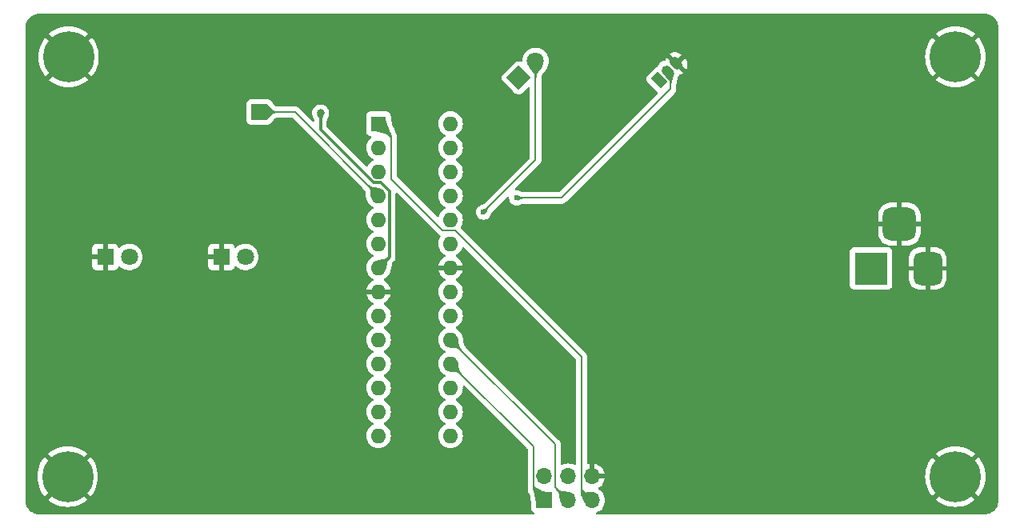
<source format=gbr>
%TF.GenerationSoftware,KiCad,Pcbnew,8.0.8*%
%TF.CreationDate,2025-02-21T18:26:29+02:00*%
%TF.ProjectId,iis22183,69697332-3231-4383-932e-6b696361645f,0*%
%TF.SameCoordinates,Original*%
%TF.FileFunction,Copper,L2,Bot*%
%TF.FilePolarity,Positive*%
%FSLAX46Y46*%
G04 Gerber Fmt 4.6, Leading zero omitted, Abs format (unit mm)*
G04 Created by KiCad (PCBNEW 8.0.8) date 2025-02-21 18:26:29*
%MOMM*%
%LPD*%
G01*
G04 APERTURE LIST*
G04 Aperture macros list*
%AMRoundRect*
0 Rectangle with rounded corners*
0 $1 Rounding radius*
0 $2 $3 $4 $5 $6 $7 $8 $9 X,Y pos of 4 corners*
0 Add a 4 corners polygon primitive as box body*
4,1,4,$2,$3,$4,$5,$6,$7,$8,$9,$2,$3,0*
0 Add four circle primitives for the rounded corners*
1,1,$1+$1,$2,$3*
1,1,$1+$1,$4,$5*
1,1,$1+$1,$6,$7*
1,1,$1+$1,$8,$9*
0 Add four rect primitives between the rounded corners*
20,1,$1+$1,$2,$3,$4,$5,0*
20,1,$1+$1,$4,$5,$6,$7,0*
20,1,$1+$1,$6,$7,$8,$9,0*
20,1,$1+$1,$8,$9,$2,$3,0*%
%AMHorizOval*
0 Thick line with rounded ends*
0 $1 width*
0 $2 $3 position (X,Y) of the first rounded end (center of the circle)*
0 $4 $5 position (X,Y) of the second rounded end (center of the circle)*
0 Add line between two ends*
20,1,$1,$2,$3,$4,$5,0*
0 Add two circle primitives to create the rounded ends*
1,1,$1,$2,$3*
1,1,$1,$4,$5*%
%AMRotRect*
0 Rectangle, with rotation*
0 The origin of the aperture is its center*
0 $1 length*
0 $2 width*
0 $3 Rotation angle, in degrees counterclockwise*
0 Add horizontal line*
21,1,$1,$2,0,0,$3*%
G04 Aperture macros list end*
%TA.AperFunction,ComponentPad*%
%ADD10C,0.800000*%
%TD*%
%TA.AperFunction,ComponentPad*%
%ADD11C,5.400000*%
%TD*%
%TA.AperFunction,ComponentPad*%
%ADD12R,1.700000X1.700000*%
%TD*%
%TA.AperFunction,ComponentPad*%
%ADD13R,3.500000X3.500000*%
%TD*%
%TA.AperFunction,ComponentPad*%
%ADD14RoundRect,0.750000X0.750000X1.000000X-0.750000X1.000000X-0.750000X-1.000000X0.750000X-1.000000X0*%
%TD*%
%TA.AperFunction,ComponentPad*%
%ADD15RoundRect,0.875000X0.875000X0.875000X-0.875000X0.875000X-0.875000X-0.875000X0.875000X-0.875000X0*%
%TD*%
%TA.AperFunction,ComponentPad*%
%ADD16R,1.800000X1.800000*%
%TD*%
%TA.AperFunction,ComponentPad*%
%ADD17C,1.800000*%
%TD*%
%TA.AperFunction,ComponentPad*%
%ADD18RotRect,1.050000X1.500000X45.000000*%
%TD*%
%TA.AperFunction,ComponentPad*%
%ADD19HorizOval,1.050000X-0.159099X0.159099X0.159099X-0.159099X0*%
%TD*%
%TA.AperFunction,ComponentPad*%
%ADD20R,1.600000X1.600000*%
%TD*%
%TA.AperFunction,ComponentPad*%
%ADD21O,1.600000X1.600000*%
%TD*%
%TA.AperFunction,ComponentPad*%
%ADD22RotRect,1.800000X1.800000X45.000000*%
%TD*%
%TA.AperFunction,ComponentPad*%
%ADD23O,1.700000X1.700000*%
%TD*%
%TA.AperFunction,ViaPad*%
%ADD24C,0.800000*%
%TD*%
%TA.AperFunction,ViaPad*%
%ADD25C,0.600000*%
%TD*%
%TA.AperFunction,Conductor*%
%ADD26C,0.300000*%
%TD*%
%TA.AperFunction,Conductor*%
%ADD27C,0.200000*%
%TD*%
G04 APERTURE END LIST*
D10*
%TO.P,H1,1,1*%
%TO.N,GND*%
X102543109Y-78068109D03*
X103136218Y-76636218D03*
X103136218Y-79500000D03*
X104568109Y-76043109D03*
D11*
X104568109Y-78068109D03*
D10*
X104568109Y-80093109D03*
X106000000Y-76636218D03*
X106000000Y-79500000D03*
X106593109Y-78068109D03*
%TD*%
%TO.P,H3,1,1*%
%TO.N,GND*%
X196406891Y-78068109D03*
X197000000Y-76636218D03*
X197000000Y-79500000D03*
X198431891Y-76043109D03*
D11*
X198431891Y-78068109D03*
D10*
X198431891Y-80093109D03*
X199863782Y-76636218D03*
X199863782Y-79500000D03*
X200456891Y-78068109D03*
%TD*%
D12*
%TO.P,J3,1,Pin_1*%
%TO.N,/DOOR*%
X124750000Y-83900000D03*
%TD*%
D13*
%TO.P,J2,1*%
%TO.N,Net-(F1-Pad1)*%
X189500000Y-100457500D03*
D14*
%TO.P,J2,2*%
%TO.N,GND*%
X195500000Y-100457500D03*
D15*
%TO.P,J2,3*%
X192500000Y-95757500D03*
%TD*%
D16*
%TO.P,D3,1,K*%
%TO.N,GND*%
X120750000Y-99250000D03*
D17*
%TO.P,D3,2,A*%
%TO.N,Net-(D3-A)*%
X123290000Y-99250000D03*
%TD*%
D10*
%TO.P,H4,1,1*%
%TO.N,GND*%
X196406891Y-122500000D03*
X197000000Y-121068109D03*
X197000000Y-123931891D03*
X198431891Y-120475000D03*
D11*
X198431891Y-122500000D03*
D10*
X198431891Y-124525000D03*
X199863782Y-121068109D03*
X199863782Y-123931891D03*
X200456891Y-122500000D03*
%TD*%
D18*
%TO.P,U2,1,V+*%
%TO.N,5V*%
X167101974Y-80547073D03*
D19*
%TO.P,U2,2,Signal*%
%TO.N,/TMP1*%
X168000000Y-79649047D03*
%TO.P,U2,3,GND*%
%TO.N,GND*%
X168898025Y-78751022D03*
%TD*%
D20*
%TO.P,U1,1,~{RESET}/PC6*%
%TO.N,/RESET*%
X137380000Y-85140000D03*
D21*
%TO.P,U1,2,PD0*%
%TO.N,unconnected-(U1-PD0-Pad2)*%
X137380000Y-87680000D03*
%TO.P,U1,3,PD1*%
%TO.N,unconnected-(U1-PD1-Pad3)*%
X137380000Y-90220000D03*
%TO.P,U1,4,PD2*%
%TO.N,/DOOR*%
X137380000Y-92760000D03*
%TO.P,U1,5,PD3*%
%TO.N,Net-(U1-PD3)*%
X137380000Y-95300000D03*
%TO.P,U1,6,PD4*%
%TO.N,Net-(U1-PD4)*%
X137380000Y-97840000D03*
%TO.P,U1,7,VCC*%
%TO.N,5V*%
X137380000Y-100380000D03*
%TO.P,U1,8,GND*%
%TO.N,GND*%
X137380000Y-102920000D03*
%TO.P,U1,9,XTAL1/PB6*%
%TO.N,/XTAL1*%
X137380000Y-105460000D03*
%TO.P,U1,10,XTAL2/PB7*%
%TO.N,/XTAL2*%
X137380000Y-108000000D03*
%TO.P,U1,11,PD5*%
%TO.N,unconnected-(U1-PD5-Pad11)*%
X137380000Y-110540000D03*
%TO.P,U1,12,PD6*%
%TO.N,unconnected-(U1-PD6-Pad12)*%
X137380000Y-113080000D03*
%TO.P,U1,13,PD7*%
%TO.N,unconnected-(U1-PD7-Pad13)*%
X137380000Y-115620000D03*
%TO.P,U1,14,PB0*%
%TO.N,unconnected-(U1-PB0-Pad14)*%
X137380000Y-118160000D03*
%TO.P,U1,15,PB1*%
%TO.N,unconnected-(U1-PB1-Pad15)*%
X145000000Y-118160000D03*
%TO.P,U1,16,PB2*%
%TO.N,unconnected-(U1-PB2-Pad16)*%
X145000000Y-115620000D03*
%TO.P,U1,17,PB3*%
%TO.N,Net-(J1-Pin_4)*%
X145000000Y-113080000D03*
%TO.P,U1,18,PB4*%
%TO.N,Net-(J1-Pin_1)*%
X145000000Y-110540000D03*
%TO.P,U1,19,PB5*%
%TO.N,Net-(J1-Pin_3)*%
X145000000Y-108000000D03*
%TO.P,U1,20,AVCC*%
%TO.N,5V*%
X145000000Y-105460000D03*
%TO.P,U1,21,AREF*%
%TO.N,unconnected-(U1-AREF-Pad21)*%
X145000000Y-102920000D03*
%TO.P,U1,22,GND*%
%TO.N,GND*%
X145000000Y-100380000D03*
%TO.P,U1,23,PC0*%
%TO.N,/PHOTO_D*%
X145000000Y-97840000D03*
%TO.P,U1,24,PC1*%
%TO.N,/TMP1*%
X145000000Y-95300000D03*
%TO.P,U1,25,PC2*%
%TO.N,unconnected-(U1-PC2-Pad25)*%
X145000000Y-92760000D03*
%TO.P,U1,26,PC3*%
%TO.N,unconnected-(U1-PC3-Pad26)*%
X145000000Y-90220000D03*
%TO.P,U1,27,PC4*%
%TO.N,unconnected-(U1-PC4-Pad27)*%
X145000000Y-87680000D03*
%TO.P,U1,28,PC5*%
%TO.N,unconnected-(U1-PC5-Pad28)*%
X145000000Y-85140000D03*
%TD*%
D22*
%TO.P,D4,1,K*%
%TO.N,5V*%
X152203949Y-80296051D03*
D17*
%TO.P,D4,2,A*%
%TO.N,/PHOTO_D*%
X154000000Y-78500000D03*
%TD*%
D16*
%TO.P,D2,1,K*%
%TO.N,GND*%
X108460000Y-99250000D03*
D17*
%TO.P,D2,2,A*%
%TO.N,Net-(D2-A)*%
X111000000Y-99250000D03*
%TD*%
D10*
%TO.P,H2,1,1*%
%TO.N,GND*%
X102450000Y-122500000D03*
X103043109Y-121068109D03*
X103043109Y-123931891D03*
X104475000Y-120475000D03*
D11*
X104475000Y-122500000D03*
D10*
X104475000Y-124525000D03*
X105906891Y-121068109D03*
X105906891Y-123931891D03*
X106500000Y-122500000D03*
%TD*%
D12*
%TO.P,J1,1,Pin_1*%
%TO.N,Net-(J1-Pin_1)*%
X154920000Y-125000000D03*
D23*
%TO.P,J1,2,Pin_2*%
%TO.N,5V*%
X154920000Y-122460000D03*
%TO.P,J1,3,Pin_3*%
%TO.N,Net-(J1-Pin_3)*%
X157460000Y-125000000D03*
%TO.P,J1,4,Pin_4*%
%TO.N,Net-(J1-Pin_4)*%
X157460000Y-122460000D03*
%TO.P,J1,5,Pin_5*%
%TO.N,/RESET*%
X160000000Y-125000000D03*
%TO.P,J1,6,Pin_6*%
%TO.N,GND*%
X160000000Y-122460000D03*
%TD*%
D24*
%TO.N,5V*%
X131250000Y-84000000D03*
D25*
%TO.N,/PHOTO_D*%
X148500000Y-94500000D03*
%TO.N,/TMP1*%
X152000000Y-93000000D03*
%TD*%
D26*
%TO.N,GND*%
X145000000Y-100380000D02*
X142870000Y-100380000D01*
X142870000Y-100380000D02*
X142750000Y-100500000D01*
%TO.N,5V*%
X137616346Y-91370000D02*
X136870000Y-91370000D01*
X138530000Y-92283654D02*
X137616346Y-91370000D01*
X131250000Y-85750000D02*
X131250000Y-84000000D01*
X138530000Y-99230000D02*
X138530000Y-92283654D01*
X136870000Y-91370000D02*
X131250000Y-85750000D01*
X137380000Y-100380000D02*
X138530000Y-99230000D01*
D27*
%TO.N,/PHOTO_D*%
X154000000Y-78500000D02*
X154000000Y-89000000D01*
X154000000Y-89000000D02*
X148500000Y-94500000D01*
%TO.N,Net-(J1-Pin_1)*%
X153770000Y-119310000D02*
X145000000Y-110540000D01*
X154920000Y-125000000D02*
X153770000Y-123850000D01*
X153770000Y-123850000D02*
X153770000Y-119310000D01*
%TO.N,Net-(J1-Pin_3)*%
X157460000Y-125000000D02*
X156070000Y-123610000D01*
X156070000Y-123610000D02*
X156070000Y-119070000D01*
X156070000Y-119070000D02*
X145000000Y-108000000D01*
%TO.N,/RESET*%
X144150000Y-96400000D02*
X138750000Y-91000000D01*
X145455635Y-96400000D02*
X144150000Y-96400000D01*
X160000000Y-125000000D02*
X158850000Y-123850000D01*
X158850000Y-123850000D02*
X158850000Y-109794365D01*
X158850000Y-109794365D02*
X145455635Y-96400000D01*
X138750000Y-86510000D02*
X137380000Y-85140000D01*
X138750000Y-91000000D02*
X138750000Y-86510000D01*
%TO.N,/DOOR*%
X124725000Y-83900000D02*
X128520000Y-83900000D01*
X128520000Y-83900000D02*
X137380000Y-92760000D01*
%TO.N,/TMP1*%
X168303535Y-81446465D02*
X156750000Y-93000000D01*
X156750000Y-93000000D02*
X152000000Y-93000000D01*
X168303535Y-79952582D02*
X168303535Y-81446465D01*
X168000000Y-79649047D02*
X168303535Y-79952582D01*
%TD*%
%TA.AperFunction,Conductor*%
%TO.N,GND*%
G36*
X201504418Y-73500816D02*
G01*
X201704561Y-73515130D01*
X201722063Y-73517647D01*
X201913797Y-73559355D01*
X201930755Y-73564334D01*
X202114609Y-73632909D01*
X202130701Y-73640259D01*
X202302904Y-73734288D01*
X202317784Y-73743849D01*
X202474867Y-73861441D01*
X202488237Y-73873027D01*
X202626972Y-74011762D01*
X202638558Y-74025132D01*
X202756146Y-74182210D01*
X202765711Y-74197095D01*
X202859740Y-74369298D01*
X202867090Y-74385390D01*
X202935662Y-74569236D01*
X202940646Y-74586212D01*
X202982351Y-74777931D01*
X202984869Y-74795442D01*
X202999184Y-74995580D01*
X202999500Y-75004427D01*
X202999500Y-124995572D01*
X202999184Y-125004419D01*
X202984869Y-125204557D01*
X202982351Y-125222068D01*
X202940646Y-125413787D01*
X202935662Y-125430763D01*
X202867090Y-125614609D01*
X202859740Y-125630701D01*
X202765711Y-125802904D01*
X202756146Y-125817789D01*
X202638558Y-125974867D01*
X202626972Y-125988237D01*
X202488237Y-126126972D01*
X202474867Y-126138558D01*
X202317789Y-126256146D01*
X202302904Y-126265711D01*
X202130701Y-126359740D01*
X202114609Y-126367090D01*
X201930763Y-126435662D01*
X201913787Y-126440646D01*
X201722068Y-126482351D01*
X201704557Y-126484869D01*
X201523779Y-126497799D01*
X201504417Y-126499184D01*
X201495572Y-126499500D01*
X160539196Y-126499500D01*
X160472157Y-126479815D01*
X160426402Y-126427011D01*
X160416458Y-126357853D01*
X160445483Y-126294297D01*
X160486791Y-126263118D01*
X160490347Y-126261460D01*
X160677830Y-126174035D01*
X160871401Y-126038495D01*
X161038495Y-125871401D01*
X161174035Y-125677830D01*
X161273903Y-125463663D01*
X161335063Y-125235408D01*
X161355659Y-125000000D01*
X161335063Y-124764592D01*
X161273903Y-124536337D01*
X161174035Y-124322171D01*
X161158683Y-124300245D01*
X161038494Y-124128597D01*
X160871402Y-123961506D01*
X160871401Y-123961505D01*
X160685405Y-123831269D01*
X160641781Y-123776692D01*
X160634588Y-123707193D01*
X160666110Y-123644839D01*
X160685405Y-123628119D01*
X160871082Y-123498105D01*
X161038105Y-123331082D01*
X161173600Y-123137578D01*
X161273429Y-122923492D01*
X161273432Y-122923486D01*
X161330636Y-122710000D01*
X160433012Y-122710000D01*
X160465925Y-122652993D01*
X160500000Y-122525826D01*
X160500000Y-122500000D01*
X195226849Y-122500000D01*
X195247001Y-122858846D01*
X195247003Y-122858858D01*
X195307205Y-123213185D01*
X195307207Y-123213194D01*
X195406703Y-123558552D01*
X195544244Y-123890609D01*
X195544246Y-123890613D01*
X195718106Y-124205189D01*
X195718109Y-124205194D01*
X195926084Y-124498306D01*
X195998734Y-124579601D01*
X197316619Y-123261716D01*
X197402169Y-123379466D01*
X197552425Y-123529722D01*
X197670172Y-123615270D01*
X196352288Y-124933155D01*
X196433584Y-125005806D01*
X196726696Y-125213781D01*
X196726701Y-125213784D01*
X197041277Y-125387644D01*
X197041281Y-125387646D01*
X197373338Y-125525187D01*
X197718696Y-125624683D01*
X197718705Y-125624685D01*
X198073032Y-125684887D01*
X198073044Y-125684889D01*
X198431891Y-125705041D01*
X198790737Y-125684889D01*
X198790749Y-125684887D01*
X199145076Y-125624685D01*
X199145085Y-125624683D01*
X199490443Y-125525187D01*
X199822500Y-125387646D01*
X199822504Y-125387644D01*
X200137080Y-125213784D01*
X200137085Y-125213781D01*
X200430197Y-125005806D01*
X200511492Y-124933155D01*
X199193608Y-123615270D01*
X199311357Y-123529722D01*
X199461613Y-123379466D01*
X199547161Y-123261717D01*
X200865046Y-124579601D01*
X200937697Y-124498306D01*
X201145672Y-124205194D01*
X201145675Y-124205189D01*
X201319535Y-123890613D01*
X201319537Y-123890609D01*
X201457078Y-123558552D01*
X201556574Y-123213194D01*
X201556576Y-123213185D01*
X201616778Y-122858858D01*
X201616780Y-122858846D01*
X201636932Y-122500000D01*
X201616780Y-122141153D01*
X201616778Y-122141141D01*
X201556576Y-121786814D01*
X201556574Y-121786805D01*
X201457078Y-121441447D01*
X201319537Y-121109390D01*
X201319535Y-121109386D01*
X201145675Y-120794810D01*
X201145672Y-120794805D01*
X200937697Y-120501693D01*
X200865046Y-120420397D01*
X199547161Y-121738281D01*
X199461613Y-121620534D01*
X199311357Y-121470278D01*
X199193608Y-121384728D01*
X200511493Y-120066843D01*
X200430197Y-119994193D01*
X200137085Y-119786218D01*
X200137080Y-119786215D01*
X199822504Y-119612355D01*
X199822500Y-119612353D01*
X199490443Y-119474812D01*
X199145085Y-119375316D01*
X199145076Y-119375314D01*
X198790749Y-119315112D01*
X198790737Y-119315110D01*
X198431891Y-119294958D01*
X198073044Y-119315110D01*
X198073032Y-119315112D01*
X197718705Y-119375314D01*
X197718696Y-119375316D01*
X197373338Y-119474812D01*
X197041281Y-119612353D01*
X197041277Y-119612355D01*
X196726701Y-119786215D01*
X196726696Y-119786218D01*
X196433584Y-119994194D01*
X196433576Y-119994199D01*
X196352288Y-120066842D01*
X196352288Y-120066843D01*
X197670173Y-121384728D01*
X197552425Y-121470278D01*
X197402169Y-121620534D01*
X197316619Y-121738282D01*
X195998734Y-120420397D01*
X195998733Y-120420397D01*
X195926090Y-120501685D01*
X195926085Y-120501693D01*
X195718109Y-120794805D01*
X195718106Y-120794810D01*
X195544246Y-121109386D01*
X195544244Y-121109390D01*
X195406703Y-121441447D01*
X195307207Y-121786805D01*
X195307205Y-121786814D01*
X195247003Y-122141141D01*
X195247001Y-122141153D01*
X195226849Y-122500000D01*
X160500000Y-122500000D01*
X160500000Y-122394174D01*
X160465925Y-122267007D01*
X160433012Y-122210000D01*
X161330636Y-122210000D01*
X161330635Y-122209999D01*
X161273432Y-121996513D01*
X161273429Y-121996507D01*
X161173600Y-121782422D01*
X161173599Y-121782420D01*
X161038113Y-121588926D01*
X161038108Y-121588920D01*
X160871082Y-121421894D01*
X160677578Y-121286399D01*
X160463492Y-121186570D01*
X160463486Y-121186567D01*
X160250000Y-121129364D01*
X160250000Y-122026988D01*
X160192993Y-121994075D01*
X160065826Y-121960000D01*
X159934174Y-121960000D01*
X159807007Y-121994075D01*
X159750000Y-122026988D01*
X159750000Y-121129364D01*
X159749999Y-121129363D01*
X159606593Y-121167789D01*
X159536743Y-121166126D01*
X159478881Y-121126963D01*
X159451377Y-121062735D01*
X159450500Y-121048014D01*
X159450500Y-109883425D01*
X159450501Y-109883412D01*
X159450501Y-109715309D01*
X159409576Y-109562579D01*
X159409573Y-109562574D01*
X159330524Y-109425655D01*
X159330518Y-109425647D01*
X148564505Y-98659635D01*
X187249500Y-98659635D01*
X187249500Y-102255370D01*
X187249501Y-102255376D01*
X187255908Y-102314983D01*
X187306202Y-102449828D01*
X187306206Y-102449835D01*
X187392452Y-102565044D01*
X187392455Y-102565047D01*
X187507664Y-102651293D01*
X187507671Y-102651297D01*
X187642517Y-102701591D01*
X187642516Y-102701591D01*
X187649444Y-102702335D01*
X187702127Y-102708000D01*
X191297872Y-102707999D01*
X191357483Y-102701591D01*
X191492331Y-102651296D01*
X191607546Y-102565046D01*
X191693796Y-102449831D01*
X191744091Y-102314983D01*
X191750500Y-102255373D01*
X191750499Y-99393303D01*
X193500000Y-99393303D01*
X193500000Y-100207500D01*
X195000000Y-100207500D01*
X195000000Y-100707500D01*
X193500001Y-100707500D01*
X193500001Y-101521697D01*
X193510400Y-101653832D01*
X193565377Y-101872019D01*
X193658428Y-102076874D01*
X193658431Y-102076880D01*
X193786559Y-102261823D01*
X193786569Y-102261835D01*
X193945664Y-102420930D01*
X193945676Y-102420940D01*
X194130619Y-102549068D01*
X194130625Y-102549071D01*
X194335480Y-102642122D01*
X194553667Y-102697099D01*
X194685810Y-102707499D01*
X195249999Y-102707499D01*
X195250000Y-102707498D01*
X195250000Y-101890512D01*
X195307007Y-101923425D01*
X195434174Y-101957500D01*
X195565826Y-101957500D01*
X195692993Y-101923425D01*
X195750000Y-101890512D01*
X195750000Y-102707499D01*
X196314182Y-102707499D01*
X196314197Y-102707498D01*
X196446332Y-102697099D01*
X196664519Y-102642122D01*
X196869374Y-102549071D01*
X196869380Y-102549068D01*
X197054323Y-102420940D01*
X197054335Y-102420930D01*
X197213430Y-102261835D01*
X197213440Y-102261823D01*
X197341568Y-102076880D01*
X197341571Y-102076874D01*
X197434622Y-101872019D01*
X197489599Y-101653832D01*
X197499999Y-101521696D01*
X197500000Y-101521684D01*
X197500000Y-100707500D01*
X196000000Y-100707500D01*
X196000000Y-100207500D01*
X197499999Y-100207500D01*
X197499999Y-99393317D01*
X197499998Y-99393302D01*
X197489599Y-99261167D01*
X197434622Y-99042980D01*
X197341571Y-98838125D01*
X197341568Y-98838119D01*
X197213440Y-98653176D01*
X197213430Y-98653164D01*
X197054335Y-98494069D01*
X197054323Y-98494059D01*
X196869380Y-98365931D01*
X196869374Y-98365928D01*
X196664519Y-98272877D01*
X196446332Y-98217900D01*
X196314196Y-98207500D01*
X195750000Y-98207500D01*
X195750000Y-99024488D01*
X195692993Y-98991575D01*
X195565826Y-98957500D01*
X195434174Y-98957500D01*
X195307007Y-98991575D01*
X195250000Y-99024488D01*
X195250000Y-98207500D01*
X194685817Y-98207500D01*
X194685802Y-98207501D01*
X194553667Y-98217900D01*
X194335480Y-98272877D01*
X194130625Y-98365928D01*
X194130619Y-98365931D01*
X193945676Y-98494059D01*
X193945664Y-98494069D01*
X193786569Y-98653164D01*
X193786559Y-98653176D01*
X193658431Y-98838119D01*
X193658428Y-98838125D01*
X193565377Y-99042980D01*
X193510400Y-99261167D01*
X193500000Y-99393303D01*
X191750499Y-99393303D01*
X191750499Y-98659628D01*
X191744091Y-98600017D01*
X191737054Y-98581151D01*
X191693797Y-98465171D01*
X191693793Y-98465164D01*
X191607547Y-98349955D01*
X191607544Y-98349952D01*
X191492335Y-98263706D01*
X191492328Y-98263702D01*
X191443492Y-98245488D01*
X191387558Y-98203617D01*
X191363141Y-98138153D01*
X191377992Y-98069880D01*
X191427397Y-98020474D01*
X191493404Y-98005481D01*
X191531382Y-98007498D01*
X191531421Y-98007499D01*
X192249999Y-98007499D01*
X192250000Y-98007498D01*
X192250000Y-96257500D01*
X192750000Y-96257500D01*
X192750000Y-98007499D01*
X193468576Y-98007499D01*
X193468588Y-98007498D01*
X193521191Y-98004705D01*
X193750987Y-97960262D01*
X193969975Y-97877620D01*
X194171841Y-97759160D01*
X194171848Y-97759155D01*
X194350786Y-97608288D01*
X194350788Y-97608286D01*
X194501655Y-97429348D01*
X194501660Y-97429341D01*
X194620120Y-97227475D01*
X194702762Y-97008487D01*
X194747205Y-96778691D01*
X194747205Y-96778690D01*
X194749998Y-96726117D01*
X194750000Y-96726078D01*
X194750000Y-96007500D01*
X193933012Y-96007500D01*
X193965925Y-95950493D01*
X194000000Y-95823326D01*
X194000000Y-95691674D01*
X193965925Y-95564507D01*
X193933012Y-95507500D01*
X194749999Y-95507500D01*
X194749999Y-94788923D01*
X194749998Y-94788911D01*
X194747205Y-94736308D01*
X194702762Y-94506512D01*
X194620120Y-94287524D01*
X194501660Y-94085658D01*
X194501655Y-94085651D01*
X194350788Y-93906713D01*
X194350786Y-93906711D01*
X194171848Y-93755844D01*
X194171841Y-93755839D01*
X193969975Y-93637379D01*
X193750987Y-93554737D01*
X193521190Y-93510294D01*
X193468617Y-93507501D01*
X193468579Y-93507500D01*
X192750000Y-93507500D01*
X192750000Y-95257500D01*
X192250000Y-95257500D01*
X192250000Y-93507500D01*
X191531423Y-93507500D01*
X191531411Y-93507501D01*
X191478808Y-93510294D01*
X191249012Y-93554737D01*
X191030024Y-93637379D01*
X190828158Y-93755839D01*
X190828151Y-93755844D01*
X190649213Y-93906711D01*
X190649211Y-93906713D01*
X190498344Y-94085651D01*
X190498339Y-94085658D01*
X190379879Y-94287524D01*
X190297237Y-94506512D01*
X190252794Y-94736308D01*
X190252794Y-94736309D01*
X190250001Y-94788882D01*
X190250000Y-94788921D01*
X190250000Y-95507500D01*
X191066988Y-95507500D01*
X191034075Y-95564507D01*
X191000000Y-95691674D01*
X191000000Y-95823326D01*
X191034075Y-95950493D01*
X191066988Y-96007500D01*
X190250001Y-96007500D01*
X190250001Y-96726088D01*
X190252794Y-96778691D01*
X190297237Y-97008487D01*
X190379879Y-97227475D01*
X190498339Y-97429341D01*
X190498344Y-97429348D01*
X190649211Y-97608286D01*
X190649213Y-97608288D01*
X190828151Y-97759155D01*
X190828158Y-97759160D01*
X191030024Y-97877620D01*
X191249012Y-97960262D01*
X191254150Y-97961256D01*
X191316232Y-97993312D01*
X191351127Y-98053844D01*
X191347758Y-98123632D01*
X191307193Y-98180520D01*
X191242311Y-98206446D01*
X191230604Y-98207000D01*
X187702129Y-98207000D01*
X187702123Y-98207001D01*
X187642516Y-98213408D01*
X187507671Y-98263702D01*
X187507664Y-98263706D01*
X187392455Y-98349952D01*
X187392452Y-98349955D01*
X187306206Y-98465164D01*
X187306202Y-98465171D01*
X187255908Y-98600017D01*
X187249501Y-98659616D01*
X187249501Y-98659623D01*
X187249500Y-98659635D01*
X148564505Y-98659635D01*
X146091724Y-96186854D01*
X146058239Y-96125531D01*
X146063223Y-96055839D01*
X146077827Y-96028056D01*
X146130568Y-95952734D01*
X146226739Y-95746496D01*
X146285635Y-95526692D01*
X146305468Y-95300000D01*
X146285635Y-95073308D01*
X146226739Y-94853504D01*
X146130568Y-94647266D01*
X146027449Y-94499996D01*
X147694435Y-94499996D01*
X147694435Y-94500003D01*
X147714630Y-94679249D01*
X147714631Y-94679254D01*
X147774211Y-94849523D01*
X147861867Y-94989025D01*
X147870184Y-95002262D01*
X147997738Y-95129816D01*
X148150478Y-95225789D01*
X148241103Y-95257500D01*
X148320745Y-95285368D01*
X148320750Y-95285369D01*
X148499996Y-95305565D01*
X148500000Y-95305565D01*
X148500004Y-95305565D01*
X148679249Y-95285369D01*
X148679252Y-95285368D01*
X148679255Y-95285368D01*
X148849522Y-95225789D01*
X149002262Y-95129816D01*
X149129816Y-95002262D01*
X149225789Y-94849522D01*
X149240660Y-94807017D01*
X149247719Y-94790706D01*
X149258255Y-94770477D01*
X149297081Y-94659779D01*
X149303976Y-94638642D01*
X149304269Y-94637672D01*
X149310062Y-94616901D01*
X149325423Y-94556911D01*
X149351917Y-94506372D01*
X149369523Y-94486096D01*
X149392097Y-94458125D01*
X149400894Y-94448339D01*
X150987691Y-92861543D01*
X151049013Y-92828059D01*
X151118705Y-92833043D01*
X151174638Y-92874915D01*
X151199055Y-92940379D01*
X151198591Y-92963108D01*
X151194435Y-92999995D01*
X151194435Y-93000003D01*
X151214630Y-93179249D01*
X151214631Y-93179254D01*
X151274211Y-93349523D01*
X151370184Y-93502262D01*
X151497738Y-93629816D01*
X151560613Y-93669323D01*
X151602580Y-93695693D01*
X151650478Y-93725789D01*
X151765263Y-93765954D01*
X151820745Y-93785368D01*
X151820750Y-93785369D01*
X151999996Y-93805565D01*
X152000000Y-93805565D01*
X152000004Y-93805565D01*
X152179249Y-93785369D01*
X152179250Y-93785368D01*
X152179255Y-93785368D01*
X152342424Y-93728271D01*
X152345366Y-93727296D01*
X152347691Y-93726429D01*
X152349522Y-93725789D01*
X152349527Y-93725785D01*
X152349535Y-93725783D01*
X152351669Y-93724755D01*
X152359777Y-93720276D01*
X152450632Y-93676606D01*
X152470194Y-93666675D01*
X152470204Y-93666669D01*
X152470221Y-93666661D01*
X152471058Y-93666213D01*
X152471074Y-93666203D01*
X152471087Y-93666197D01*
X152490129Y-93655468D01*
X152543421Y-93623904D01*
X152597888Y-93606903D01*
X152624683Y-93605014D01*
X152624691Y-93605013D01*
X152624693Y-93605013D01*
X152660400Y-93601201D01*
X152673564Y-93600500D01*
X156663331Y-93600500D01*
X156663347Y-93600501D01*
X156670943Y-93600501D01*
X156829054Y-93600501D01*
X156829057Y-93600501D01*
X156981785Y-93559577D01*
X156981787Y-93559575D01*
X156981789Y-93559575D01*
X156981790Y-93559574D01*
X157035678Y-93528462D01*
X157035679Y-93528461D01*
X157118716Y-93480520D01*
X157230520Y-93368716D01*
X157230520Y-93368714D01*
X157240724Y-93358511D01*
X157240728Y-93358506D01*
X168672248Y-81926986D01*
X168672251Y-81926985D01*
X168784055Y-81815181D01*
X168834174Y-81728369D01*
X168863112Y-81678250D01*
X168904036Y-81525522D01*
X168904036Y-81367408D01*
X168904036Y-81359813D01*
X168904035Y-81359795D01*
X168904035Y-80920574D01*
X168906775Y-80894652D01*
X168907927Y-80889263D01*
X168907933Y-80889232D01*
X168930875Y-80781893D01*
X168942206Y-80728877D01*
X168942922Y-80725736D01*
X168984437Y-80554462D01*
X168985536Y-80550257D01*
X169024692Y-80410369D01*
X169026376Y-80404848D01*
X169039208Y-80366104D01*
X169039208Y-80366102D01*
X169053150Y-80323997D01*
X169065179Y-80299375D01*
X169065009Y-80299284D01*
X169067512Y-80294599D01*
X169067767Y-80294079D01*
X169067885Y-80293903D01*
X169145189Y-80107273D01*
X169153018Y-80067918D01*
X169164148Y-80011961D01*
X169196533Y-79950050D01*
X169257248Y-79915476D01*
X169261575Y-79914534D01*
X169356106Y-79895731D01*
X169542642Y-79818465D01*
X169584167Y-79790718D01*
X169584168Y-79790717D01*
X168979959Y-79186510D01*
X168964535Y-79167715D01*
X168955660Y-79154432D01*
X168955657Y-79154428D01*
X168927251Y-79126022D01*
X168947395Y-79126022D01*
X169042770Y-79100466D01*
X169128280Y-79051097D01*
X169198100Y-78981277D01*
X169247469Y-78895767D01*
X169273025Y-78800392D01*
X169273025Y-78772468D01*
X169937720Y-79437165D01*
X169937721Y-79437164D01*
X169965468Y-79395639D01*
X170042734Y-79209103D01*
X170042736Y-79209095D01*
X170082124Y-79011079D01*
X170082125Y-79011076D01*
X170082125Y-78809166D01*
X170082124Y-78809162D01*
X170042736Y-78611146D01*
X170042734Y-78611138D01*
X169965469Y-78424605D01*
X169965464Y-78424595D01*
X169853294Y-78256722D01*
X169853291Y-78256718D01*
X169799587Y-78203014D01*
X169799586Y-78203014D01*
X169273025Y-78729573D01*
X169273025Y-78701652D01*
X169247469Y-78606277D01*
X169198100Y-78520767D01*
X169128280Y-78450947D01*
X169042770Y-78401578D01*
X168947395Y-78376022D01*
X168919472Y-78376022D01*
X169227384Y-78068109D01*
X195226849Y-78068109D01*
X195247001Y-78426955D01*
X195247003Y-78426967D01*
X195307205Y-78781294D01*
X195307207Y-78781303D01*
X195406703Y-79126661D01*
X195544244Y-79458718D01*
X195544246Y-79458722D01*
X195718106Y-79773298D01*
X195718109Y-79773303D01*
X195926084Y-80066415D01*
X195998734Y-80147710D01*
X197316619Y-78829825D01*
X197402169Y-78947575D01*
X197552425Y-79097831D01*
X197670172Y-79183379D01*
X196352288Y-80501264D01*
X196433584Y-80573915D01*
X196726696Y-80781890D01*
X196726701Y-80781893D01*
X197041277Y-80955753D01*
X197041281Y-80955755D01*
X197373338Y-81093296D01*
X197718696Y-81192792D01*
X197718705Y-81192794D01*
X198073032Y-81252996D01*
X198073044Y-81252998D01*
X198431891Y-81273150D01*
X198790737Y-81252998D01*
X198790749Y-81252996D01*
X199145076Y-81192794D01*
X199145085Y-81192792D01*
X199490443Y-81093296D01*
X199822500Y-80955755D01*
X199822504Y-80955753D01*
X200137080Y-80781893D01*
X200137085Y-80781890D01*
X200430197Y-80573915D01*
X200511492Y-80501264D01*
X199193608Y-79183379D01*
X199311357Y-79097831D01*
X199461613Y-78947575D01*
X199547161Y-78829826D01*
X200865046Y-80147710D01*
X200937697Y-80066415D01*
X201145672Y-79773303D01*
X201145675Y-79773298D01*
X201319535Y-79458722D01*
X201319537Y-79458718D01*
X201457078Y-79126661D01*
X201556574Y-78781303D01*
X201556576Y-78781294D01*
X201616778Y-78426967D01*
X201616780Y-78426955D01*
X201636932Y-78068109D01*
X201616780Y-77709262D01*
X201616778Y-77709250D01*
X201556576Y-77354923D01*
X201556574Y-77354914D01*
X201457078Y-77009556D01*
X201319537Y-76677499D01*
X201319535Y-76677495D01*
X201145675Y-76362919D01*
X201145672Y-76362914D01*
X200937697Y-76069802D01*
X200865046Y-75988506D01*
X199547161Y-77306390D01*
X199461613Y-77188643D01*
X199311357Y-77038387D01*
X199193608Y-76952837D01*
X200511493Y-75634952D01*
X200430197Y-75562302D01*
X200137085Y-75354327D01*
X200137080Y-75354324D01*
X199822504Y-75180464D01*
X199822500Y-75180462D01*
X199490443Y-75042921D01*
X199145085Y-74943425D01*
X199145076Y-74943423D01*
X198790749Y-74883221D01*
X198790737Y-74883219D01*
X198431891Y-74863067D01*
X198073044Y-74883219D01*
X198073032Y-74883221D01*
X197718705Y-74943423D01*
X197718696Y-74943425D01*
X197373338Y-75042921D01*
X197041281Y-75180462D01*
X197041277Y-75180464D01*
X196726701Y-75354324D01*
X196726696Y-75354327D01*
X196433584Y-75562303D01*
X196433576Y-75562308D01*
X196352288Y-75634951D01*
X196352288Y-75634952D01*
X197670173Y-76952837D01*
X197552425Y-77038387D01*
X197402169Y-77188643D01*
X197316619Y-77306391D01*
X195998734Y-75988506D01*
X195998733Y-75988506D01*
X195926090Y-76069794D01*
X195926085Y-76069802D01*
X195718109Y-76362914D01*
X195718106Y-76362919D01*
X195544246Y-76677495D01*
X195544244Y-76677499D01*
X195406703Y-77009556D01*
X195307207Y-77354914D01*
X195307205Y-77354923D01*
X195247003Y-77709250D01*
X195247001Y-77709262D01*
X195226849Y-78068109D01*
X169227384Y-78068109D01*
X169446032Y-77849460D01*
X169446032Y-77849459D01*
X169392328Y-77795755D01*
X169392324Y-77795752D01*
X169224451Y-77683582D01*
X169224441Y-77683577D01*
X169037908Y-77606312D01*
X169037900Y-77606310D01*
X168839884Y-77566922D01*
X168637967Y-77566922D01*
X168439951Y-77606310D01*
X168439943Y-77606312D01*
X168253406Y-77683579D01*
X168211881Y-77711324D01*
X168211880Y-77711325D01*
X168876579Y-78376022D01*
X168848655Y-78376022D01*
X168753280Y-78401578D01*
X168667770Y-78450947D01*
X168597950Y-78520767D01*
X168548581Y-78606277D01*
X168523025Y-78701652D01*
X168523025Y-78721795D01*
X168494622Y-78693392D01*
X168494617Y-78693388D01*
X168481328Y-78684509D01*
X168462536Y-78669087D01*
X167858328Y-78064877D01*
X167858327Y-78064878D01*
X167830582Y-78106403D01*
X167753315Y-78292940D01*
X167753313Y-78292947D01*
X167734510Y-78387473D01*
X167702124Y-78449384D01*
X167641408Y-78483958D01*
X167637086Y-78484898D01*
X167541778Y-78503857D01*
X167541769Y-78503859D01*
X167355150Y-78581158D01*
X167355137Y-78581165D01*
X167187183Y-78693389D01*
X167187179Y-78693392D01*
X167044345Y-78836226D01*
X167044342Y-78836230D01*
X166932118Y-79004184D01*
X166932113Y-79004194D01*
X166898698Y-79084865D01*
X166854856Y-79139269D01*
X166808798Y-79157390D01*
X166808932Y-79157847D01*
X166803832Y-79159344D01*
X166801788Y-79160149D01*
X166800426Y-79160344D01*
X166800416Y-79160347D01*
X166669504Y-79220133D01*
X166622809Y-79257762D01*
X165812663Y-80067910D01*
X165812657Y-80067917D01*
X165775035Y-80114602D01*
X165775034Y-80114604D01*
X165715247Y-80245517D01*
X165694766Y-80387974D01*
X165715247Y-80530430D01*
X165775034Y-80661344D01*
X165775035Y-80661345D01*
X165775036Y-80661347D01*
X165812655Y-80708030D01*
X165812658Y-80708033D01*
X165812663Y-80708039D01*
X166915013Y-81810388D01*
X166948498Y-81871711D01*
X166943514Y-81941403D01*
X166915013Y-81985750D01*
X156537584Y-92363181D01*
X156476261Y-92396666D01*
X156449903Y-92399500D01*
X152658813Y-92399500D01*
X152632571Y-92396691D01*
X152624695Y-92394985D01*
X152624690Y-92394984D01*
X152597887Y-92393094D01*
X152543425Y-92376093D01*
X152490122Y-92344524D01*
X152471122Y-92333819D01*
X152470212Y-92333332D01*
X152450650Y-92323400D01*
X152359774Y-92279720D01*
X152351679Y-92275250D01*
X152349524Y-92274212D01*
X152349522Y-92274211D01*
X152349519Y-92274209D01*
X152348516Y-92273727D01*
X152339540Y-92270079D01*
X152333182Y-92267122D01*
X152332680Y-92266896D01*
X152332651Y-92266884D01*
X152269232Y-92243332D01*
X152267248Y-92243041D01*
X152244329Y-92237401D01*
X152179254Y-92214631D01*
X152000004Y-92194435D01*
X151999996Y-92194435D01*
X151963108Y-92198591D01*
X151894286Y-92186536D01*
X151842907Y-92139187D01*
X151825283Y-92071576D01*
X151847010Y-92005171D01*
X151861539Y-91987695D01*
X154480520Y-89368716D01*
X154559577Y-89231784D01*
X154600501Y-89079057D01*
X154600501Y-88920942D01*
X154600501Y-88913347D01*
X154600500Y-88913329D01*
X154600500Y-80374907D01*
X154602700Y-80351653D01*
X154603245Y-80348794D01*
X154603248Y-80348784D01*
X154636046Y-80070243D01*
X154647211Y-80031499D01*
X154689881Y-79941781D01*
X154706745Y-79915488D01*
X154706756Y-79915476D01*
X154827032Y-79771682D01*
X154828487Y-79769934D01*
X154828579Y-79769823D01*
X154831078Y-79766783D01*
X155026718Y-79526963D01*
X155055129Y-79488567D01*
X155056355Y-79486735D01*
X155080934Y-79445979D01*
X155203467Y-79219304D01*
X155208712Y-79210498D01*
X155235924Y-79168849D01*
X155256182Y-79122663D01*
X155260632Y-79113554D01*
X155270016Y-79096198D01*
X155281624Y-79073358D01*
X155282137Y-79072282D01*
X155307610Y-79005765D01*
X155309824Y-79000371D01*
X155329157Y-78956300D01*
X155386134Y-78731305D01*
X155388591Y-78701652D01*
X155405300Y-78500006D01*
X155405300Y-78499993D01*
X155386135Y-78268702D01*
X155386133Y-78268691D01*
X155329157Y-78043699D01*
X155235924Y-77831151D01*
X155108983Y-77636852D01*
X155108980Y-77636849D01*
X155108979Y-77636847D01*
X154951784Y-77466087D01*
X154951779Y-77466083D01*
X154951777Y-77466081D01*
X154768634Y-77323535D01*
X154768628Y-77323531D01*
X154564504Y-77213064D01*
X154564495Y-77213061D01*
X154344984Y-77137702D01*
X154173282Y-77109050D01*
X154116049Y-77099500D01*
X153883951Y-77099500D01*
X153838164Y-77107140D01*
X153655015Y-77137702D01*
X153435504Y-77213061D01*
X153435495Y-77213064D01*
X153231371Y-77323531D01*
X153231365Y-77323535D01*
X153048222Y-77466081D01*
X153048219Y-77466084D01*
X152891016Y-77636852D01*
X152764075Y-77831151D01*
X152670842Y-78043699D01*
X152613866Y-78268691D01*
X152613864Y-78268703D01*
X152597176Y-78470103D01*
X152572023Y-78535288D01*
X152515621Y-78576526D01*
X152445877Y-78580724D01*
X152422088Y-78572657D01*
X152346404Y-78538093D01*
X152346406Y-78538093D01*
X152203949Y-78517612D01*
X152061492Y-78538093D01*
X151930578Y-78597880D01*
X151883883Y-78635509D01*
X150543407Y-79975987D01*
X150543401Y-79975994D01*
X150505779Y-80022679D01*
X150505778Y-80022681D01*
X150445991Y-80153594D01*
X150425510Y-80296051D01*
X150445991Y-80438507D01*
X150505778Y-80569421D01*
X150505779Y-80569422D01*
X150505780Y-80569424D01*
X150543399Y-80616107D01*
X150543402Y-80616110D01*
X150543407Y-80616116D01*
X151605543Y-81678250D01*
X151883893Y-81956600D01*
X151930576Y-81994220D01*
X152061492Y-82054008D01*
X152061491Y-82054008D01*
X152079398Y-82056582D01*
X152203949Y-82074490D01*
X152346406Y-82054008D01*
X152477322Y-81994220D01*
X152524005Y-81956601D01*
X153187819Y-81292785D01*
X153249142Y-81259301D01*
X153318833Y-81264285D01*
X153374767Y-81306156D01*
X153399184Y-81371621D01*
X153399500Y-81380467D01*
X153399500Y-88699902D01*
X153379815Y-88766941D01*
X153363181Y-88787583D01*
X148541233Y-93609530D01*
X148520706Y-93626091D01*
X148513903Y-93630473D01*
X148493624Y-93648080D01*
X148443093Y-93674570D01*
X148383079Y-93689938D01*
X148362452Y-93695689D01*
X148361470Y-93695985D01*
X148340212Y-93702917D01*
X148229463Y-93741765D01*
X148216164Y-93746640D01*
X148215624Y-93746847D01*
X148215604Y-93746856D01*
X148179386Y-93763510D01*
X148168540Y-93767890D01*
X148150480Y-93774210D01*
X148150475Y-93774212D01*
X147997737Y-93870184D01*
X147870184Y-93997737D01*
X147774211Y-94150476D01*
X147714631Y-94320745D01*
X147714630Y-94320750D01*
X147694435Y-94499996D01*
X146027449Y-94499996D01*
X146000047Y-94460861D01*
X146000045Y-94460858D01*
X145839141Y-94299954D01*
X145652734Y-94169432D01*
X145652728Y-94169429D01*
X145594725Y-94142382D01*
X145542285Y-94096210D01*
X145523133Y-94029017D01*
X145543348Y-93962135D01*
X145594725Y-93917618D01*
X145652734Y-93890568D01*
X145839139Y-93760047D01*
X146000047Y-93599139D01*
X146130568Y-93412734D01*
X146226739Y-93206496D01*
X146285635Y-92986692D01*
X146304474Y-92771361D01*
X146305468Y-92760001D01*
X146305468Y-92759998D01*
X146285635Y-92533313D01*
X146285635Y-92533308D01*
X146226739Y-92313504D01*
X146130568Y-92107266D01*
X146000047Y-91920861D01*
X146000045Y-91920858D01*
X145839141Y-91759954D01*
X145652734Y-91629432D01*
X145652728Y-91629429D01*
X145594725Y-91602382D01*
X145542285Y-91556210D01*
X145523133Y-91489017D01*
X145543348Y-91422135D01*
X145594725Y-91377618D01*
X145652734Y-91350568D01*
X145839139Y-91220047D01*
X146000047Y-91059139D01*
X146130568Y-90872734D01*
X146226739Y-90666496D01*
X146285635Y-90446692D01*
X146305468Y-90220000D01*
X146285635Y-89993308D01*
X146226739Y-89773504D01*
X146130568Y-89567266D01*
X146000047Y-89380861D01*
X146000045Y-89380858D01*
X145839141Y-89219954D01*
X145652734Y-89089432D01*
X145652728Y-89089429D01*
X145594725Y-89062382D01*
X145542285Y-89016210D01*
X145523133Y-88949017D01*
X145543348Y-88882135D01*
X145594725Y-88837618D01*
X145652734Y-88810568D01*
X145839139Y-88680047D01*
X146000047Y-88519139D01*
X146130568Y-88332734D01*
X146226739Y-88126496D01*
X146285635Y-87906692D01*
X146305468Y-87680000D01*
X146285635Y-87453308D01*
X146226739Y-87233504D01*
X146130568Y-87027266D01*
X146000047Y-86840861D01*
X146000045Y-86840858D01*
X145839141Y-86679954D01*
X145652734Y-86549432D01*
X145652728Y-86549429D01*
X145594725Y-86522382D01*
X145542285Y-86476210D01*
X145523133Y-86409017D01*
X145543348Y-86342135D01*
X145594725Y-86297618D01*
X145652734Y-86270568D01*
X145839139Y-86140047D01*
X146000047Y-85979139D01*
X146130568Y-85792734D01*
X146226739Y-85586496D01*
X146285635Y-85366692D01*
X146304582Y-85150125D01*
X146305468Y-85140001D01*
X146305468Y-85139998D01*
X146292549Y-84992335D01*
X146285635Y-84913308D01*
X146226739Y-84693504D01*
X146130568Y-84487266D01*
X146000047Y-84300861D01*
X146000045Y-84300858D01*
X145839141Y-84139954D01*
X145652734Y-84009432D01*
X145652732Y-84009431D01*
X145446497Y-83913261D01*
X145446488Y-83913258D01*
X145226697Y-83854366D01*
X145226693Y-83854365D01*
X145226692Y-83854365D01*
X145226691Y-83854364D01*
X145226686Y-83854364D01*
X145000002Y-83834532D01*
X144999998Y-83834532D01*
X144773313Y-83854364D01*
X144773302Y-83854366D01*
X144553511Y-83913258D01*
X144553502Y-83913261D01*
X144347267Y-84009431D01*
X144347265Y-84009432D01*
X144160858Y-84139954D01*
X143999954Y-84300858D01*
X143869432Y-84487265D01*
X143869431Y-84487267D01*
X143773261Y-84693502D01*
X143773258Y-84693511D01*
X143714366Y-84913302D01*
X143714364Y-84913313D01*
X143694532Y-85139998D01*
X143694532Y-85140001D01*
X143714364Y-85366686D01*
X143714366Y-85366697D01*
X143773258Y-85586488D01*
X143773261Y-85586497D01*
X143869431Y-85792732D01*
X143869432Y-85792734D01*
X143999954Y-85979141D01*
X144160858Y-86140045D01*
X144160861Y-86140047D01*
X144347266Y-86270568D01*
X144405275Y-86297618D01*
X144457714Y-86343791D01*
X144476866Y-86410984D01*
X144456650Y-86477865D01*
X144405275Y-86522382D01*
X144347267Y-86549431D01*
X144347265Y-86549432D01*
X144160858Y-86679954D01*
X143999954Y-86840858D01*
X143869432Y-87027265D01*
X143869431Y-87027267D01*
X143773261Y-87233502D01*
X143773258Y-87233511D01*
X143714366Y-87453302D01*
X143714364Y-87453313D01*
X143694532Y-87679998D01*
X143694532Y-87680001D01*
X143714364Y-87906686D01*
X143714366Y-87906697D01*
X143773258Y-88126488D01*
X143773261Y-88126497D01*
X143869431Y-88332732D01*
X143869432Y-88332734D01*
X143999954Y-88519141D01*
X144160858Y-88680045D01*
X144160861Y-88680047D01*
X144347266Y-88810568D01*
X144405275Y-88837618D01*
X144457714Y-88883791D01*
X144476866Y-88950984D01*
X144456650Y-89017865D01*
X144405275Y-89062382D01*
X144347267Y-89089431D01*
X144347265Y-89089432D01*
X144160858Y-89219954D01*
X143999954Y-89380858D01*
X143869432Y-89567265D01*
X143869431Y-89567267D01*
X143773261Y-89773502D01*
X143773258Y-89773511D01*
X143714366Y-89993302D01*
X143714364Y-89993313D01*
X143694532Y-90219998D01*
X143694532Y-90220001D01*
X143714364Y-90446686D01*
X143714366Y-90446697D01*
X143773258Y-90666488D01*
X143773261Y-90666497D01*
X143869431Y-90872732D01*
X143869432Y-90872734D01*
X143999954Y-91059141D01*
X144160858Y-91220045D01*
X144160861Y-91220047D01*
X144347266Y-91350568D01*
X144405275Y-91377618D01*
X144457714Y-91423791D01*
X144476866Y-91490984D01*
X144456650Y-91557865D01*
X144405275Y-91602382D01*
X144347267Y-91629431D01*
X144347265Y-91629432D01*
X144160858Y-91759954D01*
X143999954Y-91920858D01*
X143869432Y-92107265D01*
X143869431Y-92107267D01*
X143773261Y-92313502D01*
X143773258Y-92313511D01*
X143714366Y-92533302D01*
X143714364Y-92533313D01*
X143694532Y-92759998D01*
X143694532Y-92760001D01*
X143714364Y-92986686D01*
X143714366Y-92986697D01*
X143773258Y-93206488D01*
X143773261Y-93206497D01*
X143869431Y-93412732D01*
X143869432Y-93412734D01*
X143999954Y-93599141D01*
X144160858Y-93760045D01*
X144160861Y-93760047D01*
X144347266Y-93890568D01*
X144405275Y-93917618D01*
X144457714Y-93963791D01*
X144476866Y-94030984D01*
X144456650Y-94097865D01*
X144405275Y-94142382D01*
X144347267Y-94169431D01*
X144347265Y-94169432D01*
X144160858Y-94299954D01*
X143999954Y-94460858D01*
X143869432Y-94647265D01*
X143869431Y-94647267D01*
X143773261Y-94853502D01*
X143773259Y-94853509D01*
X143761114Y-94898836D01*
X143724749Y-94958496D01*
X143661901Y-94989025D01*
X143592526Y-94980730D01*
X143553658Y-94954423D01*
X139386819Y-90787584D01*
X139353334Y-90726261D01*
X139350500Y-90699903D01*
X139350500Y-86599060D01*
X139350501Y-86599047D01*
X139350501Y-86430944D01*
X139344889Y-86410000D01*
X139309577Y-86278216D01*
X139305163Y-86270570D01*
X139260341Y-86192936D01*
X139258054Y-86188794D01*
X139145494Y-85975430D01*
X139142061Y-85968394D01*
X139029277Y-85717384D01*
X139026933Y-85711803D01*
X138909801Y-85412464D01*
X138908129Y-85407930D01*
X138822423Y-85160621D01*
X138804030Y-85107546D01*
X138788207Y-85061887D01*
X138786965Y-85058107D01*
X138766508Y-84992328D01*
X138712532Y-84818766D01*
X138686093Y-84733750D01*
X138680499Y-84696927D01*
X138680499Y-84292129D01*
X138680498Y-84292123D01*
X138680497Y-84292116D01*
X138674091Y-84232517D01*
X138639567Y-84139954D01*
X138623797Y-84097671D01*
X138623793Y-84097664D01*
X138537547Y-83982455D01*
X138537544Y-83982452D01*
X138422335Y-83896206D01*
X138422328Y-83896202D01*
X138287482Y-83845908D01*
X138287483Y-83845908D01*
X138227883Y-83839501D01*
X138227881Y-83839500D01*
X138227873Y-83839500D01*
X138227864Y-83839500D01*
X136532129Y-83839500D01*
X136532123Y-83839501D01*
X136472516Y-83845908D01*
X136337671Y-83896202D01*
X136337664Y-83896206D01*
X136222455Y-83982452D01*
X136222452Y-83982455D01*
X136136206Y-84097664D01*
X136136202Y-84097671D01*
X136085908Y-84232517D01*
X136080297Y-84284715D01*
X136079501Y-84292123D01*
X136079500Y-84292135D01*
X136079500Y-85987870D01*
X136079501Y-85987876D01*
X136085908Y-86047483D01*
X136136202Y-86182328D01*
X136136206Y-86182335D01*
X136222452Y-86297544D01*
X136222455Y-86297547D01*
X136337664Y-86383793D01*
X136337671Y-86383797D01*
X136382618Y-86400561D01*
X136472517Y-86434091D01*
X136507596Y-86437862D01*
X136572144Y-86464599D01*
X136611993Y-86521991D01*
X136614488Y-86591816D01*
X136578836Y-86651905D01*
X136565464Y-86662725D01*
X136540858Y-86679954D01*
X136379954Y-86840858D01*
X136249432Y-87027265D01*
X136249431Y-87027267D01*
X136153261Y-87233502D01*
X136153258Y-87233511D01*
X136094366Y-87453302D01*
X136094364Y-87453313D01*
X136074532Y-87679998D01*
X136074532Y-87680001D01*
X136094364Y-87906686D01*
X136094366Y-87906697D01*
X136153258Y-88126488D01*
X136153261Y-88126497D01*
X136249431Y-88332732D01*
X136249432Y-88332734D01*
X136379954Y-88519141D01*
X136540858Y-88680045D01*
X136540861Y-88680047D01*
X136727266Y-88810568D01*
X136785275Y-88837618D01*
X136837714Y-88883791D01*
X136856866Y-88950984D01*
X136836650Y-89017865D01*
X136785275Y-89062382D01*
X136727267Y-89089431D01*
X136727265Y-89089432D01*
X136540858Y-89219954D01*
X136379954Y-89380858D01*
X136249430Y-89567268D01*
X136249428Y-89567272D01*
X136240879Y-89585604D01*
X136194704Y-89638040D01*
X136127510Y-89657189D01*
X136060630Y-89636970D01*
X136040819Y-89620874D01*
X131936819Y-85516873D01*
X131903334Y-85455550D01*
X131900500Y-85429192D01*
X131900500Y-84855425D01*
X131903068Y-84830321D01*
X131905229Y-84819869D01*
X131911211Y-84722033D01*
X131923043Y-84676258D01*
X131934050Y-84653164D01*
X131937398Y-84646644D01*
X131988887Y-84553372D01*
X131996747Y-84538556D01*
X131997096Y-84537871D01*
X132004328Y-84523088D01*
X132072003Y-84378833D01*
X132072965Y-84376721D01*
X132076315Y-84370222D01*
X132077173Y-84368294D01*
X132077179Y-84368284D01*
X132079405Y-84361427D01*
X132080935Y-84357011D01*
X132099256Y-84307223D01*
X132099564Y-84305108D01*
X132104328Y-84284725D01*
X132135674Y-84188256D01*
X132155460Y-84000000D01*
X132135674Y-83811744D01*
X132077179Y-83631716D01*
X131982533Y-83467784D01*
X131855871Y-83327112D01*
X131855870Y-83327111D01*
X131702734Y-83215851D01*
X131702729Y-83215848D01*
X131529807Y-83138857D01*
X131529802Y-83138855D01*
X131384001Y-83107865D01*
X131344646Y-83099500D01*
X131155354Y-83099500D01*
X131122897Y-83106398D01*
X130970197Y-83138855D01*
X130970192Y-83138857D01*
X130797270Y-83215848D01*
X130797265Y-83215851D01*
X130644129Y-83327111D01*
X130517466Y-83467785D01*
X130422821Y-83631715D01*
X130422818Y-83631722D01*
X130364327Y-83811740D01*
X130364326Y-83811744D01*
X130344540Y-84000000D01*
X130364326Y-84188256D01*
X130419146Y-84356975D01*
X130422821Y-84368283D01*
X130423620Y-84370078D01*
X130426269Y-84375153D01*
X130495658Y-84523063D01*
X130502904Y-84537876D01*
X130503252Y-84538559D01*
X130511106Y-84553362D01*
X130562569Y-84646590D01*
X130565946Y-84653164D01*
X130576952Y-84676255D01*
X130588786Y-84722036D01*
X130594703Y-84818766D01*
X130579148Y-84886882D01*
X130529236Y-84935776D01*
X130460814Y-84949923D01*
X130395605Y-84924833D01*
X130383253Y-84914018D01*
X129007590Y-83538355D01*
X129007588Y-83538352D01*
X128888717Y-83419481D01*
X128888716Y-83419480D01*
X128801904Y-83369360D01*
X128801904Y-83369359D01*
X128801900Y-83369358D01*
X128751785Y-83340423D01*
X128599057Y-83299499D01*
X128440943Y-83299499D01*
X128433347Y-83299499D01*
X128433331Y-83299500D01*
X126604234Y-83299500D01*
X126550374Y-83287192D01*
X126542010Y-83283158D01*
X126525990Y-83273899D01*
X126427248Y-83206525D01*
X126415097Y-83197078D01*
X126298534Y-83094230D01*
X126289495Y-83085395D01*
X126159155Y-82944315D01*
X126152449Y-82936419D01*
X126006770Y-82749595D01*
X125986775Y-82725527D01*
X125985846Y-82724476D01*
X125985822Y-82724451D01*
X125978057Y-82717029D01*
X125964472Y-82701706D01*
X125957546Y-82692454D01*
X125957544Y-82692452D01*
X125957543Y-82692451D01*
X125939514Y-82678954D01*
X125928153Y-82669333D01*
X125924616Y-82665953D01*
X125924615Y-82665952D01*
X125918315Y-82662209D01*
X125907342Y-82654872D01*
X125842331Y-82606204D01*
X125842328Y-82606202D01*
X125707482Y-82555908D01*
X125707483Y-82555908D01*
X125647883Y-82549501D01*
X125647881Y-82549500D01*
X125647873Y-82549500D01*
X125647864Y-82549500D01*
X123852129Y-82549500D01*
X123852123Y-82549501D01*
X123792516Y-82555908D01*
X123657671Y-82606202D01*
X123657664Y-82606206D01*
X123542455Y-82692452D01*
X123542452Y-82692455D01*
X123456206Y-82807664D01*
X123456202Y-82807671D01*
X123405908Y-82942517D01*
X123399501Y-83002116D01*
X123399500Y-83002135D01*
X123399500Y-84797870D01*
X123399501Y-84797876D01*
X123405908Y-84857483D01*
X123456202Y-84992328D01*
X123456206Y-84992335D01*
X123542452Y-85107544D01*
X123542455Y-85107547D01*
X123657664Y-85193793D01*
X123657671Y-85193797D01*
X123792517Y-85244091D01*
X123792516Y-85244091D01*
X123799444Y-85244835D01*
X123852127Y-85250500D01*
X125647872Y-85250499D01*
X125707483Y-85244091D01*
X125842331Y-85193796D01*
X125883024Y-85163331D01*
X125890471Y-85158173D01*
X125903040Y-85150128D01*
X125903039Y-85150128D01*
X125903045Y-85150125D01*
X125905901Y-85147378D01*
X125917519Y-85137509D01*
X125957546Y-85107546D01*
X125977720Y-85080595D01*
X125991047Y-85065519D01*
X125998757Y-85058107D01*
X126006766Y-85050408D01*
X126152465Y-84863556D01*
X126159131Y-84855708D01*
X126289508Y-84714588D01*
X126298527Y-84705773D01*
X126415107Y-84602910D01*
X126427231Y-84593483D01*
X126526001Y-84526091D01*
X126542021Y-84516833D01*
X126546955Y-84514454D01*
X126550376Y-84512805D01*
X126604230Y-84500500D01*
X128219903Y-84500500D01*
X128286942Y-84520185D01*
X128307584Y-84536819D01*
X135771499Y-92000734D01*
X135786188Y-92018440D01*
X135788476Y-92021788D01*
X135788482Y-92021797D01*
X135928823Y-92198591D01*
X135936460Y-92208211D01*
X135955768Y-92242638D01*
X135979885Y-92308445D01*
X135986826Y-92338620D01*
X136002643Y-92494815D01*
X136002875Y-92497057D01*
X136002886Y-92497161D01*
X136003129Y-92499411D01*
X136026010Y-92706861D01*
X136033124Y-92771356D01*
X136033125Y-92771361D01*
X136040240Y-92816784D01*
X136040664Y-92818867D01*
X136040666Y-92818877D01*
X136040668Y-92818884D01*
X136051995Y-92863853D01*
X136075053Y-92940379D01*
X136136850Y-93145479D01*
X136137897Y-93149158D01*
X136153260Y-93206493D01*
X136153263Y-93206502D01*
X136158203Y-93217097D01*
X136160922Y-93223376D01*
X136161323Y-93224377D01*
X136193620Y-93296635D01*
X136197093Y-93302549D01*
X136196672Y-93302796D01*
X136203463Y-93314159D01*
X136249428Y-93412727D01*
X136249432Y-93412735D01*
X136379954Y-93599141D01*
X136540858Y-93760045D01*
X136540861Y-93760047D01*
X136727266Y-93890568D01*
X136785275Y-93917618D01*
X136837714Y-93963791D01*
X136856866Y-94030984D01*
X136836650Y-94097865D01*
X136785275Y-94142382D01*
X136727267Y-94169431D01*
X136727265Y-94169432D01*
X136540858Y-94299954D01*
X136379954Y-94460858D01*
X136249432Y-94647265D01*
X136249431Y-94647267D01*
X136153261Y-94853502D01*
X136153258Y-94853511D01*
X136094366Y-95073302D01*
X136094364Y-95073313D01*
X136074532Y-95299998D01*
X136074532Y-95300001D01*
X136094364Y-95526686D01*
X136094366Y-95526697D01*
X136153258Y-95746488D01*
X136153261Y-95746497D01*
X136249431Y-95952732D01*
X136249432Y-95952734D01*
X136379954Y-96139141D01*
X136540858Y-96300045D01*
X136540861Y-96300047D01*
X136727266Y-96430568D01*
X136785275Y-96457618D01*
X136837714Y-96503791D01*
X136856866Y-96570984D01*
X136836650Y-96637865D01*
X136785275Y-96682382D01*
X136727267Y-96709431D01*
X136727265Y-96709432D01*
X136540858Y-96839954D01*
X136379954Y-97000858D01*
X136249432Y-97187265D01*
X136249431Y-97187267D01*
X136153261Y-97393502D01*
X136153258Y-97393511D01*
X136094366Y-97613302D01*
X136094364Y-97613313D01*
X136074532Y-97839998D01*
X136074532Y-97840001D01*
X136094364Y-98066686D01*
X136094366Y-98066697D01*
X136153258Y-98286488D01*
X136153261Y-98286497D01*
X136249431Y-98492732D01*
X136249432Y-98492734D01*
X136379954Y-98679141D01*
X136540858Y-98840045D01*
X136540861Y-98840047D01*
X136727266Y-98970568D01*
X136785273Y-98997617D01*
X136837713Y-99043789D01*
X136856865Y-99110982D01*
X136836650Y-99177864D01*
X136785276Y-99222380D01*
X136727269Y-99249430D01*
X136727268Y-99249430D01*
X136540858Y-99379954D01*
X136379954Y-99540858D01*
X136249432Y-99727265D01*
X136249431Y-99727267D01*
X136153261Y-99933502D01*
X136153258Y-99933511D01*
X136094366Y-100153302D01*
X136094364Y-100153313D01*
X136074532Y-100379998D01*
X136074532Y-100380001D01*
X136094364Y-100606686D01*
X136094366Y-100606697D01*
X136153258Y-100826488D01*
X136153261Y-100826497D01*
X136249431Y-101032732D01*
X136249432Y-101032734D01*
X136379954Y-101219141D01*
X136540858Y-101380045D01*
X136540861Y-101380047D01*
X136727266Y-101510568D01*
X136785865Y-101537893D01*
X136838305Y-101584065D01*
X136857457Y-101651258D01*
X136837242Y-101718139D01*
X136785867Y-101762657D01*
X136727515Y-101789867D01*
X136541179Y-101920342D01*
X136380342Y-102081179D01*
X136249865Y-102267517D01*
X136153734Y-102473673D01*
X136153730Y-102473682D01*
X136101127Y-102669999D01*
X136101128Y-102670000D01*
X137064314Y-102670000D01*
X137059920Y-102674394D01*
X137007259Y-102765606D01*
X136980000Y-102867339D01*
X136980000Y-102972661D01*
X137007259Y-103074394D01*
X137059920Y-103165606D01*
X137064314Y-103170000D01*
X136101128Y-103170000D01*
X136153730Y-103366317D01*
X136153734Y-103366326D01*
X136249865Y-103572482D01*
X136380342Y-103758820D01*
X136541179Y-103919657D01*
X136727518Y-104050134D01*
X136727520Y-104050135D01*
X136785865Y-104077342D01*
X136838305Y-104123514D01*
X136857457Y-104190707D01*
X136837242Y-104257589D01*
X136785867Y-104302105D01*
X136727268Y-104329431D01*
X136727264Y-104329433D01*
X136540858Y-104459954D01*
X136379954Y-104620858D01*
X136249432Y-104807265D01*
X136249431Y-104807267D01*
X136153261Y-105013502D01*
X136153258Y-105013511D01*
X136094366Y-105233302D01*
X136094364Y-105233313D01*
X136074532Y-105459998D01*
X136074532Y-105460001D01*
X136094364Y-105686686D01*
X136094366Y-105686697D01*
X136153258Y-105906488D01*
X136153261Y-105906497D01*
X136249431Y-106112732D01*
X136249432Y-106112734D01*
X136379954Y-106299141D01*
X136540858Y-106460045D01*
X136540861Y-106460047D01*
X136727266Y-106590568D01*
X136785275Y-106617618D01*
X136837714Y-106663791D01*
X136856866Y-106730984D01*
X136836650Y-106797865D01*
X136785275Y-106842382D01*
X136727267Y-106869431D01*
X136727265Y-106869432D01*
X136540858Y-106999954D01*
X136379954Y-107160858D01*
X136249432Y-107347265D01*
X136249431Y-107347267D01*
X136153261Y-107553502D01*
X136153258Y-107553511D01*
X136094366Y-107773302D01*
X136094364Y-107773313D01*
X136074532Y-107999998D01*
X136074532Y-108000001D01*
X136094364Y-108226686D01*
X136094366Y-108226697D01*
X136153258Y-108446488D01*
X136153261Y-108446497D01*
X136249431Y-108652732D01*
X136249432Y-108652734D01*
X136379954Y-108839141D01*
X136540858Y-109000045D01*
X136540861Y-109000047D01*
X136727266Y-109130568D01*
X136785275Y-109157618D01*
X136837714Y-109203791D01*
X136856866Y-109270984D01*
X136836650Y-109337865D01*
X136785275Y-109382382D01*
X136727267Y-109409431D01*
X136727265Y-109409432D01*
X136540858Y-109539954D01*
X136379954Y-109700858D01*
X136249432Y-109887265D01*
X136249431Y-109887267D01*
X136153261Y-110093502D01*
X136153258Y-110093511D01*
X136094366Y-110313302D01*
X136094364Y-110313313D01*
X136074532Y-110539998D01*
X136074532Y-110540001D01*
X136094364Y-110766686D01*
X136094366Y-110766697D01*
X136153258Y-110986488D01*
X136153261Y-110986497D01*
X136249431Y-111192732D01*
X136249432Y-111192734D01*
X136379954Y-111379141D01*
X136540858Y-111540045D01*
X136540861Y-111540047D01*
X136727266Y-111670568D01*
X136785275Y-111697618D01*
X136837714Y-111743791D01*
X136856866Y-111810984D01*
X136836650Y-111877865D01*
X136785275Y-111922382D01*
X136727267Y-111949431D01*
X136727265Y-111949432D01*
X136540858Y-112079954D01*
X136379954Y-112240858D01*
X136249432Y-112427265D01*
X136249431Y-112427267D01*
X136153261Y-112633502D01*
X136153258Y-112633511D01*
X136094366Y-112853302D01*
X136094364Y-112853313D01*
X136074532Y-113079998D01*
X136074532Y-113080001D01*
X136094364Y-113306686D01*
X136094366Y-113306697D01*
X136153258Y-113526488D01*
X136153261Y-113526497D01*
X136249431Y-113732732D01*
X136249432Y-113732734D01*
X136379954Y-113919141D01*
X136540858Y-114080045D01*
X136540861Y-114080047D01*
X136727266Y-114210568D01*
X136785275Y-114237618D01*
X136837714Y-114283791D01*
X136856866Y-114350984D01*
X136836650Y-114417865D01*
X136785275Y-114462382D01*
X136727267Y-114489431D01*
X136727265Y-114489432D01*
X136540858Y-114619954D01*
X136379954Y-114780858D01*
X136249432Y-114967265D01*
X136249431Y-114967267D01*
X136153261Y-115173502D01*
X136153258Y-115173511D01*
X136094366Y-115393302D01*
X136094364Y-115393313D01*
X136074532Y-115619998D01*
X136074532Y-115620001D01*
X136094364Y-115846686D01*
X136094366Y-115846697D01*
X136153258Y-116066488D01*
X136153261Y-116066497D01*
X136249431Y-116272732D01*
X136249432Y-116272734D01*
X136379954Y-116459141D01*
X136540858Y-116620045D01*
X136540861Y-116620047D01*
X136727266Y-116750568D01*
X136785275Y-116777618D01*
X136837714Y-116823791D01*
X136856866Y-116890984D01*
X136836650Y-116957865D01*
X136785275Y-117002382D01*
X136727267Y-117029431D01*
X136727265Y-117029432D01*
X136540858Y-117159954D01*
X136379954Y-117320858D01*
X136249432Y-117507265D01*
X136249431Y-117507267D01*
X136153261Y-117713502D01*
X136153258Y-117713511D01*
X136094366Y-117933302D01*
X136094364Y-117933313D01*
X136074532Y-118159998D01*
X136074532Y-118160001D01*
X136094364Y-118386686D01*
X136094366Y-118386697D01*
X136153258Y-118606488D01*
X136153261Y-118606497D01*
X136249431Y-118812732D01*
X136249432Y-118812734D01*
X136379954Y-118999141D01*
X136540858Y-119160045D01*
X136540861Y-119160047D01*
X136727266Y-119290568D01*
X136933504Y-119386739D01*
X137153308Y-119445635D01*
X137315230Y-119459801D01*
X137379998Y-119465468D01*
X137380000Y-119465468D01*
X137380002Y-119465468D01*
X137436673Y-119460509D01*
X137606692Y-119445635D01*
X137826496Y-119386739D01*
X138032734Y-119290568D01*
X138219139Y-119160047D01*
X138380047Y-118999139D01*
X138510568Y-118812734D01*
X138606739Y-118606496D01*
X138665635Y-118386692D01*
X138685468Y-118160000D01*
X138665635Y-117933308D01*
X138606739Y-117713504D01*
X138510568Y-117507266D01*
X138380047Y-117320861D01*
X138380045Y-117320858D01*
X138219141Y-117159954D01*
X138032734Y-117029432D01*
X138032728Y-117029429D01*
X137974725Y-117002382D01*
X137922285Y-116956210D01*
X137903133Y-116889017D01*
X137923348Y-116822135D01*
X137974725Y-116777618D01*
X138032734Y-116750568D01*
X138219139Y-116620047D01*
X138380047Y-116459139D01*
X138510568Y-116272734D01*
X138606739Y-116066496D01*
X138665635Y-115846692D01*
X138685468Y-115620000D01*
X138665635Y-115393308D01*
X138606739Y-115173504D01*
X138510568Y-114967266D01*
X138380047Y-114780861D01*
X138380045Y-114780858D01*
X138219141Y-114619954D01*
X138032734Y-114489432D01*
X138032728Y-114489429D01*
X137974725Y-114462382D01*
X137922285Y-114416210D01*
X137903133Y-114349017D01*
X137923348Y-114282135D01*
X137974725Y-114237618D01*
X138032734Y-114210568D01*
X138219139Y-114080047D01*
X138380047Y-113919139D01*
X138510568Y-113732734D01*
X138606739Y-113526496D01*
X138665635Y-113306692D01*
X138685468Y-113080000D01*
X138665635Y-112853308D01*
X138606739Y-112633504D01*
X138510568Y-112427266D01*
X138380047Y-112240861D01*
X138380045Y-112240858D01*
X138219141Y-112079954D01*
X138032734Y-111949432D01*
X138032728Y-111949429D01*
X137974725Y-111922382D01*
X137922285Y-111876210D01*
X137903133Y-111809017D01*
X137923348Y-111742135D01*
X137974725Y-111697618D01*
X138032734Y-111670568D01*
X138219139Y-111540047D01*
X138380047Y-111379139D01*
X138510568Y-111192734D01*
X138606739Y-110986496D01*
X138665635Y-110766692D01*
X138685468Y-110540000D01*
X138684476Y-110528666D01*
X138665635Y-110313313D01*
X138665635Y-110313308D01*
X138606739Y-110093504D01*
X138510568Y-109887266D01*
X138380047Y-109700861D01*
X138380045Y-109700858D01*
X138219141Y-109539954D01*
X138032734Y-109409432D01*
X138032728Y-109409429D01*
X137974725Y-109382382D01*
X137922285Y-109336210D01*
X137903133Y-109269017D01*
X137923348Y-109202135D01*
X137974725Y-109157618D01*
X138032734Y-109130568D01*
X138219139Y-109000047D01*
X138380047Y-108839139D01*
X138510568Y-108652734D01*
X138606739Y-108446496D01*
X138665635Y-108226692D01*
X138685468Y-108000000D01*
X138665635Y-107773308D01*
X138606739Y-107553504D01*
X138510568Y-107347266D01*
X138380047Y-107160861D01*
X138380045Y-107160858D01*
X138219141Y-106999954D01*
X138032734Y-106869432D01*
X138032728Y-106869429D01*
X137974725Y-106842382D01*
X137922285Y-106796210D01*
X137903133Y-106729017D01*
X137923348Y-106662135D01*
X137974725Y-106617618D01*
X138032734Y-106590568D01*
X138219139Y-106460047D01*
X138380047Y-106299139D01*
X138510568Y-106112734D01*
X138606739Y-105906496D01*
X138665635Y-105686692D01*
X138685468Y-105460000D01*
X138665635Y-105233308D01*
X138606739Y-105013504D01*
X138510568Y-104807266D01*
X138380047Y-104620861D01*
X138380045Y-104620858D01*
X138219141Y-104459954D01*
X138032734Y-104329432D01*
X138032732Y-104329431D01*
X137974725Y-104302382D01*
X137974132Y-104302105D01*
X137921694Y-104255934D01*
X137902542Y-104188740D01*
X137922758Y-104121859D01*
X137974134Y-104077341D01*
X138032484Y-104050132D01*
X138218820Y-103919657D01*
X138379657Y-103758820D01*
X138510134Y-103572482D01*
X138606265Y-103366326D01*
X138606269Y-103366317D01*
X138658872Y-103170000D01*
X137695686Y-103170000D01*
X137700080Y-103165606D01*
X137752741Y-103074394D01*
X137780000Y-102972661D01*
X137780000Y-102867339D01*
X137752741Y-102765606D01*
X137700080Y-102674394D01*
X137695686Y-102670000D01*
X138658872Y-102670000D01*
X138658872Y-102669999D01*
X138606269Y-102473682D01*
X138606265Y-102473673D01*
X138510134Y-102267517D01*
X138379657Y-102081179D01*
X138218820Y-101920342D01*
X138032482Y-101789865D01*
X137974133Y-101762657D01*
X137921694Y-101716484D01*
X137902542Y-101649291D01*
X137922758Y-101582410D01*
X137974129Y-101537895D01*
X138032734Y-101510568D01*
X138219139Y-101380047D01*
X138380047Y-101219139D01*
X138510568Y-101032734D01*
X138606739Y-100826496D01*
X138608715Y-100819119D01*
X138616478Y-100790148D01*
X138617999Y-100784928D01*
X138619554Y-100780000D01*
X138708935Y-100496714D01*
X138719307Y-100458748D01*
X138719717Y-100456979D01*
X138727078Y-100418487D01*
X138766793Y-100156061D01*
X138766839Y-100155766D01*
X138790682Y-100005129D01*
X138798761Y-99976667D01*
X138829887Y-99902268D01*
X138848142Y-99871812D01*
X139002643Y-99682198D01*
X139014032Y-99667387D01*
X139024648Y-99655297D01*
X139035277Y-99644669D01*
X139106466Y-99538126D01*
X139135189Y-99468779D01*
X139155501Y-99419744D01*
X139163416Y-99379953D01*
X139180500Y-99294071D01*
X139180500Y-92579097D01*
X139200185Y-92512058D01*
X139252989Y-92466303D01*
X139322147Y-92456359D01*
X139385703Y-92485384D01*
X139392181Y-92491416D01*
X143665139Y-96764374D01*
X143665149Y-96764385D01*
X143669479Y-96768715D01*
X143669480Y-96768716D01*
X143781284Y-96880520D01*
X143868095Y-96930639D01*
X143868094Y-96930639D01*
X143879812Y-96937404D01*
X143928030Y-96987969D01*
X143941255Y-97056576D01*
X143919392Y-97115915D01*
X143869431Y-97187267D01*
X143773261Y-97393502D01*
X143773258Y-97393511D01*
X143714366Y-97613302D01*
X143714364Y-97613313D01*
X143694532Y-97839998D01*
X143694532Y-97840001D01*
X143714364Y-98066686D01*
X143714366Y-98066697D01*
X143773258Y-98286488D01*
X143773261Y-98286497D01*
X143869431Y-98492732D01*
X143869432Y-98492734D01*
X143999954Y-98679141D01*
X144160858Y-98840045D01*
X144160861Y-98840047D01*
X144347266Y-98970568D01*
X144405865Y-98997893D01*
X144458305Y-99044065D01*
X144477457Y-99111258D01*
X144457242Y-99178139D01*
X144405867Y-99222657D01*
X144347515Y-99249867D01*
X144161179Y-99380342D01*
X144000342Y-99541179D01*
X143869865Y-99727517D01*
X143773734Y-99933673D01*
X143773730Y-99933682D01*
X143721127Y-100129999D01*
X143721128Y-100130000D01*
X144684314Y-100130000D01*
X144679920Y-100134394D01*
X144627259Y-100225606D01*
X144600000Y-100327339D01*
X144600000Y-100432661D01*
X144627259Y-100534394D01*
X144679920Y-100625606D01*
X144684314Y-100630000D01*
X143721128Y-100630000D01*
X143773730Y-100826317D01*
X143773734Y-100826326D01*
X143869865Y-101032482D01*
X144000342Y-101218820D01*
X144161179Y-101379657D01*
X144347518Y-101510134D01*
X144347520Y-101510135D01*
X144405865Y-101537342D01*
X144458305Y-101583514D01*
X144477457Y-101650707D01*
X144457242Y-101717589D01*
X144405867Y-101762105D01*
X144347268Y-101789431D01*
X144347264Y-101789433D01*
X144160858Y-101919954D01*
X143999954Y-102080858D01*
X143869432Y-102267265D01*
X143869431Y-102267267D01*
X143773261Y-102473502D01*
X143773258Y-102473511D01*
X143714366Y-102693302D01*
X143714364Y-102693313D01*
X143694532Y-102919998D01*
X143694532Y-102920001D01*
X143714364Y-103146686D01*
X143714366Y-103146697D01*
X143773258Y-103366488D01*
X143773261Y-103366497D01*
X143869431Y-103572732D01*
X143869432Y-103572734D01*
X143999954Y-103759141D01*
X144160858Y-103920045D01*
X144160861Y-103920047D01*
X144347266Y-104050568D01*
X144404681Y-104077341D01*
X144405275Y-104077618D01*
X144457714Y-104123791D01*
X144476866Y-104190984D01*
X144456650Y-104257865D01*
X144405275Y-104302382D01*
X144347267Y-104329431D01*
X144347265Y-104329432D01*
X144160858Y-104459954D01*
X143999954Y-104620858D01*
X143869432Y-104807265D01*
X143869431Y-104807267D01*
X143773261Y-105013502D01*
X143773258Y-105013511D01*
X143714366Y-105233302D01*
X143714364Y-105233313D01*
X143694532Y-105459998D01*
X143694532Y-105460001D01*
X143714364Y-105686686D01*
X143714366Y-105686697D01*
X143773258Y-105906488D01*
X143773261Y-105906497D01*
X143869431Y-106112732D01*
X143869432Y-106112734D01*
X143999954Y-106299141D01*
X144160858Y-106460045D01*
X144160861Y-106460047D01*
X144347266Y-106590568D01*
X144405275Y-106617618D01*
X144457714Y-106663791D01*
X144476866Y-106730984D01*
X144456650Y-106797865D01*
X144405275Y-106842382D01*
X144347267Y-106869431D01*
X144347265Y-106869432D01*
X144160858Y-106999954D01*
X143999954Y-107160858D01*
X143869432Y-107347265D01*
X143869431Y-107347267D01*
X143773261Y-107553502D01*
X143773258Y-107553511D01*
X143714366Y-107773302D01*
X143714364Y-107773313D01*
X143694532Y-107999998D01*
X143694532Y-108000001D01*
X143714364Y-108226686D01*
X143714366Y-108226697D01*
X143773258Y-108446488D01*
X143773261Y-108446497D01*
X143869431Y-108652732D01*
X143869432Y-108652734D01*
X143999954Y-108839141D01*
X144160858Y-109000045D01*
X144160861Y-109000047D01*
X144347266Y-109130568D01*
X144405275Y-109157618D01*
X144457714Y-109203791D01*
X144476866Y-109270984D01*
X144456650Y-109337865D01*
X144405275Y-109382382D01*
X144347267Y-109409431D01*
X144347265Y-109409432D01*
X144160858Y-109539954D01*
X143999954Y-109700858D01*
X143869432Y-109887265D01*
X143869431Y-109887267D01*
X143773261Y-110093502D01*
X143773258Y-110093511D01*
X143714366Y-110313302D01*
X143714364Y-110313313D01*
X143694532Y-110539998D01*
X143694532Y-110540001D01*
X143714364Y-110766686D01*
X143714366Y-110766697D01*
X143773258Y-110986488D01*
X143773261Y-110986497D01*
X143869431Y-111192732D01*
X143869432Y-111192734D01*
X143999954Y-111379141D01*
X144160858Y-111540045D01*
X144160861Y-111540047D01*
X144347266Y-111670568D01*
X144405275Y-111697618D01*
X144457714Y-111743791D01*
X144476866Y-111810984D01*
X144456650Y-111877865D01*
X144405275Y-111922382D01*
X144347267Y-111949431D01*
X144347265Y-111949432D01*
X144160858Y-112079954D01*
X143999954Y-112240858D01*
X143869432Y-112427265D01*
X143869431Y-112427267D01*
X143773261Y-112633502D01*
X143773258Y-112633511D01*
X143714366Y-112853302D01*
X143714364Y-112853313D01*
X143694532Y-113079998D01*
X143694532Y-113080001D01*
X143714364Y-113306686D01*
X143714366Y-113306697D01*
X143773258Y-113526488D01*
X143773261Y-113526497D01*
X143869431Y-113732732D01*
X143869432Y-113732734D01*
X143999954Y-113919141D01*
X144160858Y-114080045D01*
X144160861Y-114080047D01*
X144347266Y-114210568D01*
X144405275Y-114237618D01*
X144457714Y-114283791D01*
X144476866Y-114350984D01*
X144456650Y-114417865D01*
X144405275Y-114462382D01*
X144347267Y-114489431D01*
X144347265Y-114489432D01*
X144160858Y-114619954D01*
X143999954Y-114780858D01*
X143869432Y-114967265D01*
X143869431Y-114967267D01*
X143773261Y-115173502D01*
X143773258Y-115173511D01*
X143714366Y-115393302D01*
X143714364Y-115393313D01*
X143694532Y-115619998D01*
X143694532Y-115620001D01*
X143714364Y-115846686D01*
X143714366Y-115846697D01*
X143773258Y-116066488D01*
X143773261Y-116066497D01*
X143869431Y-116272732D01*
X143869432Y-116272734D01*
X143999954Y-116459141D01*
X144160858Y-116620045D01*
X144160861Y-116620047D01*
X144347266Y-116750568D01*
X144405275Y-116777618D01*
X144457714Y-116823791D01*
X144476866Y-116890984D01*
X144456650Y-116957865D01*
X144405275Y-117002382D01*
X144347267Y-117029431D01*
X144347265Y-117029432D01*
X144160858Y-117159954D01*
X143999954Y-117320858D01*
X143869432Y-117507265D01*
X143869431Y-117507267D01*
X143773261Y-117713502D01*
X143773258Y-117713511D01*
X143714366Y-117933302D01*
X143714364Y-117933313D01*
X143694532Y-118159998D01*
X143694532Y-118160001D01*
X143714364Y-118386686D01*
X143714366Y-118386697D01*
X143773258Y-118606488D01*
X143773261Y-118606497D01*
X143869431Y-118812732D01*
X143869432Y-118812734D01*
X143999954Y-118999141D01*
X144160858Y-119160045D01*
X144160861Y-119160047D01*
X144347266Y-119290568D01*
X144553504Y-119386739D01*
X144773308Y-119445635D01*
X144935230Y-119459801D01*
X144999998Y-119465468D01*
X145000000Y-119465468D01*
X145000002Y-119465468D01*
X145056673Y-119460509D01*
X145226692Y-119445635D01*
X145446496Y-119386739D01*
X145652734Y-119290568D01*
X145839139Y-119160047D01*
X146000047Y-118999139D01*
X146130568Y-118812734D01*
X146226739Y-118606496D01*
X146285635Y-118386692D01*
X146305468Y-118160000D01*
X146285635Y-117933308D01*
X146226739Y-117713504D01*
X146130568Y-117507266D01*
X146000047Y-117320861D01*
X146000045Y-117320858D01*
X145839141Y-117159954D01*
X145652734Y-117029432D01*
X145652728Y-117029429D01*
X145594725Y-117002382D01*
X145542285Y-116956210D01*
X145523133Y-116889017D01*
X145543348Y-116822135D01*
X145594725Y-116777618D01*
X145652734Y-116750568D01*
X145839139Y-116620047D01*
X146000047Y-116459139D01*
X146130568Y-116272734D01*
X146226739Y-116066496D01*
X146285635Y-115846692D01*
X146305468Y-115620000D01*
X146285635Y-115393308D01*
X146226739Y-115173504D01*
X146130568Y-114967266D01*
X146000047Y-114780861D01*
X146000045Y-114780858D01*
X145839141Y-114619954D01*
X145652734Y-114489432D01*
X145652728Y-114489429D01*
X145594725Y-114462382D01*
X145542285Y-114416210D01*
X145523133Y-114349017D01*
X145543348Y-114282135D01*
X145594725Y-114237618D01*
X145652734Y-114210568D01*
X145839139Y-114080047D01*
X146000047Y-113919139D01*
X146130568Y-113732734D01*
X146226739Y-113526496D01*
X146285635Y-113306692D01*
X146305468Y-113080000D01*
X146298219Y-112997149D01*
X146311985Y-112928652D01*
X146360600Y-112878469D01*
X146428628Y-112862535D01*
X146494472Y-112885910D01*
X146509428Y-112898663D01*
X153133181Y-119522416D01*
X153166666Y-119583739D01*
X153169500Y-119610097D01*
X153169500Y-123419343D01*
X153169265Y-123426971D01*
X153168762Y-123435117D01*
X153168986Y-123441208D01*
X153168978Y-123441208D01*
X153169500Y-123448924D01*
X153169500Y-123763330D01*
X153169499Y-123763348D01*
X153169499Y-123929054D01*
X153169498Y-123929054D01*
X153178194Y-123961506D01*
X153210423Y-124081785D01*
X153228658Y-124113368D01*
X153237452Y-124128599D01*
X153289479Y-124218715D01*
X153345183Y-124274419D01*
X153378668Y-124335742D01*
X153378712Y-124335945D01*
X153414387Y-124501276D01*
X153414943Y-124504000D01*
X153492519Y-124907155D01*
X153492925Y-124909374D01*
X153544176Y-125204557D01*
X153567672Y-125339879D01*
X153569500Y-125361091D01*
X153569500Y-125897870D01*
X153569501Y-125897876D01*
X153575908Y-125957483D01*
X153626202Y-126092328D01*
X153626206Y-126092335D01*
X153712452Y-126207544D01*
X153712455Y-126207547D01*
X153804208Y-126276234D01*
X153846079Y-126332168D01*
X153851063Y-126401859D01*
X153817577Y-126463182D01*
X153756254Y-126496666D01*
X153729897Y-126499500D01*
X101504428Y-126499500D01*
X101495582Y-126499184D01*
X101473622Y-126497613D01*
X101295442Y-126484869D01*
X101277931Y-126482351D01*
X101086212Y-126440646D01*
X101069236Y-126435662D01*
X100885390Y-126367090D01*
X100869298Y-126359740D01*
X100697095Y-126265711D01*
X100682210Y-126256146D01*
X100617288Y-126207546D01*
X100525132Y-126138558D01*
X100511762Y-126126972D01*
X100373027Y-125988237D01*
X100361441Y-125974867D01*
X100350998Y-125960917D01*
X100243849Y-125817784D01*
X100234288Y-125802904D01*
X100140259Y-125630701D01*
X100132909Y-125614609D01*
X100117336Y-125572856D01*
X100064334Y-125430755D01*
X100059355Y-125413797D01*
X100017647Y-125222063D01*
X100015130Y-125204556D01*
X100000816Y-125004418D01*
X100000500Y-124995572D01*
X100000500Y-122500000D01*
X101269958Y-122500000D01*
X101290110Y-122858846D01*
X101290112Y-122858858D01*
X101350314Y-123213185D01*
X101350316Y-123213194D01*
X101449812Y-123558552D01*
X101587353Y-123890609D01*
X101587355Y-123890613D01*
X101761215Y-124205189D01*
X101761218Y-124205194D01*
X101969193Y-124498306D01*
X102041843Y-124579601D01*
X103359727Y-123261716D01*
X103445278Y-123379466D01*
X103595534Y-123529722D01*
X103713281Y-123615270D01*
X102395397Y-124933155D01*
X102476693Y-125005806D01*
X102769805Y-125213781D01*
X102769810Y-125213784D01*
X103084386Y-125387644D01*
X103084390Y-125387646D01*
X103416447Y-125525187D01*
X103761805Y-125624683D01*
X103761814Y-125624685D01*
X104116141Y-125684887D01*
X104116153Y-125684889D01*
X104475000Y-125705041D01*
X104833846Y-125684889D01*
X104833858Y-125684887D01*
X105188185Y-125624685D01*
X105188194Y-125624683D01*
X105533552Y-125525187D01*
X105865609Y-125387646D01*
X105865613Y-125387644D01*
X106180189Y-125213784D01*
X106180194Y-125213781D01*
X106473306Y-125005806D01*
X106554601Y-124933155D01*
X105236717Y-123615270D01*
X105354466Y-123529722D01*
X105504722Y-123379466D01*
X105590270Y-123261717D01*
X106908155Y-124579601D01*
X106980806Y-124498306D01*
X107188781Y-124205194D01*
X107188784Y-124205189D01*
X107362644Y-123890613D01*
X107362646Y-123890609D01*
X107500187Y-123558552D01*
X107599683Y-123213194D01*
X107599685Y-123213185D01*
X107659887Y-122858858D01*
X107659889Y-122858846D01*
X107680041Y-122500000D01*
X107659889Y-122141153D01*
X107659887Y-122141141D01*
X107599685Y-121786814D01*
X107599683Y-121786805D01*
X107500187Y-121441447D01*
X107362646Y-121109390D01*
X107362644Y-121109386D01*
X107188784Y-120794810D01*
X107188781Y-120794805D01*
X106980806Y-120501693D01*
X106908155Y-120420397D01*
X105590270Y-121738281D01*
X105504722Y-121620534D01*
X105354466Y-121470278D01*
X105236717Y-121384728D01*
X106554602Y-120066843D01*
X106473306Y-119994193D01*
X106180194Y-119786218D01*
X106180189Y-119786215D01*
X105865613Y-119612355D01*
X105865609Y-119612353D01*
X105533552Y-119474812D01*
X105188194Y-119375316D01*
X105188185Y-119375314D01*
X104833858Y-119315112D01*
X104833846Y-119315110D01*
X104475000Y-119294958D01*
X104116153Y-119315110D01*
X104116141Y-119315112D01*
X103761814Y-119375314D01*
X103761805Y-119375316D01*
X103416447Y-119474812D01*
X103084390Y-119612353D01*
X103084386Y-119612355D01*
X102769810Y-119786215D01*
X102769805Y-119786218D01*
X102476693Y-119994194D01*
X102476685Y-119994199D01*
X102395397Y-120066842D01*
X102395397Y-120066843D01*
X103713282Y-121384728D01*
X103595534Y-121470278D01*
X103445278Y-121620534D01*
X103359728Y-121738282D01*
X102041843Y-120420397D01*
X102041842Y-120420397D01*
X101969199Y-120501685D01*
X101969194Y-120501693D01*
X101761218Y-120794805D01*
X101761215Y-120794810D01*
X101587355Y-121109386D01*
X101587353Y-121109390D01*
X101449812Y-121441447D01*
X101350316Y-121786805D01*
X101350314Y-121786814D01*
X101290112Y-122141141D01*
X101290110Y-122141153D01*
X101269958Y-122500000D01*
X100000500Y-122500000D01*
X100000500Y-98302155D01*
X107060000Y-98302155D01*
X107060000Y-99000000D01*
X108084722Y-99000000D01*
X108040667Y-99076306D01*
X108010000Y-99190756D01*
X108010000Y-99309244D01*
X108040667Y-99423694D01*
X108084722Y-99500000D01*
X107060000Y-99500000D01*
X107060000Y-100197844D01*
X107066401Y-100257372D01*
X107066403Y-100257379D01*
X107116645Y-100392086D01*
X107116649Y-100392093D01*
X107202809Y-100507187D01*
X107202812Y-100507190D01*
X107317906Y-100593350D01*
X107317913Y-100593354D01*
X107452620Y-100643596D01*
X107452627Y-100643598D01*
X107512155Y-100649999D01*
X107512172Y-100650000D01*
X108210000Y-100650000D01*
X108210000Y-99625277D01*
X108286306Y-99669333D01*
X108400756Y-99700000D01*
X108519244Y-99700000D01*
X108633694Y-99669333D01*
X108710000Y-99625277D01*
X108710000Y-100650000D01*
X109407828Y-100650000D01*
X109407844Y-100649999D01*
X109467372Y-100643598D01*
X109467379Y-100643596D01*
X109602086Y-100593354D01*
X109602093Y-100593350D01*
X109717187Y-100507190D01*
X109717190Y-100507187D01*
X109803350Y-100392093D01*
X109803355Y-100392084D01*
X109832075Y-100315081D01*
X109873945Y-100259147D01*
X109939409Y-100234729D01*
X110007682Y-100249580D01*
X110039484Y-100274428D01*
X110048216Y-100283913D01*
X110048219Y-100283915D01*
X110048222Y-100283918D01*
X110231365Y-100426464D01*
X110231371Y-100426468D01*
X110231374Y-100426470D01*
X110435497Y-100536936D01*
X110549487Y-100576068D01*
X110655015Y-100612297D01*
X110655017Y-100612297D01*
X110655019Y-100612298D01*
X110883951Y-100650500D01*
X110883952Y-100650500D01*
X111116048Y-100650500D01*
X111116049Y-100650500D01*
X111344981Y-100612298D01*
X111564503Y-100536936D01*
X111768626Y-100426470D01*
X111951784Y-100283913D01*
X112108979Y-100113153D01*
X112235924Y-99918849D01*
X112329157Y-99706300D01*
X112386134Y-99481305D01*
X112387172Y-99468779D01*
X112405300Y-99250006D01*
X112405300Y-99249993D01*
X112386135Y-99018702D01*
X112386133Y-99018691D01*
X112329157Y-98793699D01*
X112235924Y-98581151D01*
X112108983Y-98386852D01*
X112108980Y-98386849D01*
X112108979Y-98386847D01*
X112031015Y-98302155D01*
X119350000Y-98302155D01*
X119350000Y-99000000D01*
X120374722Y-99000000D01*
X120330667Y-99076306D01*
X120300000Y-99190756D01*
X120300000Y-99309244D01*
X120330667Y-99423694D01*
X120374722Y-99500000D01*
X119350000Y-99500000D01*
X119350000Y-100197844D01*
X119356401Y-100257372D01*
X119356403Y-100257379D01*
X119406645Y-100392086D01*
X119406649Y-100392093D01*
X119492809Y-100507187D01*
X119492812Y-100507190D01*
X119607906Y-100593350D01*
X119607913Y-100593354D01*
X119742620Y-100643596D01*
X119742627Y-100643598D01*
X119802155Y-100649999D01*
X119802172Y-100650000D01*
X120500000Y-100650000D01*
X120500000Y-99625277D01*
X120576306Y-99669333D01*
X120690756Y-99700000D01*
X120809244Y-99700000D01*
X120923694Y-99669333D01*
X121000000Y-99625277D01*
X121000000Y-100650000D01*
X121697828Y-100650000D01*
X121697844Y-100649999D01*
X121757372Y-100643598D01*
X121757379Y-100643596D01*
X121892086Y-100593354D01*
X121892093Y-100593350D01*
X122007187Y-100507190D01*
X122007190Y-100507187D01*
X122093350Y-100392093D01*
X122093355Y-100392084D01*
X122122075Y-100315081D01*
X122163945Y-100259147D01*
X122229409Y-100234729D01*
X122297682Y-100249580D01*
X122329484Y-100274428D01*
X122338216Y-100283913D01*
X122338219Y-100283915D01*
X122338222Y-100283918D01*
X122521365Y-100426464D01*
X122521371Y-100426468D01*
X122521374Y-100426470D01*
X122725497Y-100536936D01*
X122839487Y-100576068D01*
X122945015Y-100612297D01*
X122945017Y-100612297D01*
X122945019Y-100612298D01*
X123173951Y-100650500D01*
X123173952Y-100650500D01*
X123406048Y-100650500D01*
X123406049Y-100650500D01*
X123634981Y-100612298D01*
X123854503Y-100536936D01*
X124058626Y-100426470D01*
X124241784Y-100283913D01*
X124398979Y-100113153D01*
X124525924Y-99918849D01*
X124619157Y-99706300D01*
X124676134Y-99481305D01*
X124677172Y-99468779D01*
X124695300Y-99250006D01*
X124695300Y-99249993D01*
X124676135Y-99018702D01*
X124676133Y-99018691D01*
X124619157Y-98793699D01*
X124525924Y-98581151D01*
X124398983Y-98386852D01*
X124398980Y-98386849D01*
X124398979Y-98386847D01*
X124241784Y-98216087D01*
X124241779Y-98216083D01*
X124241777Y-98216081D01*
X124058634Y-98073535D01*
X124058628Y-98073531D01*
X123854504Y-97963064D01*
X123854495Y-97963061D01*
X123634984Y-97887702D01*
X123447404Y-97856401D01*
X123406049Y-97849500D01*
X123173951Y-97849500D01*
X123132596Y-97856401D01*
X122945015Y-97887702D01*
X122725504Y-97963061D01*
X122725495Y-97963064D01*
X122521371Y-98073531D01*
X122521365Y-98073535D01*
X122338222Y-98216081D01*
X122338215Y-98216087D01*
X122329484Y-98225572D01*
X122269595Y-98261561D01*
X122199757Y-98259458D01*
X122142143Y-98219932D01*
X122122075Y-98184918D01*
X122093355Y-98107915D01*
X122093350Y-98107906D01*
X122007190Y-97992812D01*
X122007187Y-97992809D01*
X121892093Y-97906649D01*
X121892086Y-97906645D01*
X121757379Y-97856403D01*
X121757372Y-97856401D01*
X121697844Y-97850000D01*
X121000000Y-97850000D01*
X121000000Y-98874722D01*
X120923694Y-98830667D01*
X120809244Y-98800000D01*
X120690756Y-98800000D01*
X120576306Y-98830667D01*
X120500000Y-98874722D01*
X120500000Y-97850000D01*
X119802155Y-97850000D01*
X119742627Y-97856401D01*
X119742620Y-97856403D01*
X119607913Y-97906645D01*
X119607906Y-97906649D01*
X119492812Y-97992809D01*
X119492809Y-97992812D01*
X119406649Y-98107906D01*
X119406645Y-98107913D01*
X119356403Y-98242620D01*
X119356401Y-98242627D01*
X119350000Y-98302155D01*
X112031015Y-98302155D01*
X111951784Y-98216087D01*
X111951779Y-98216083D01*
X111951777Y-98216081D01*
X111768634Y-98073535D01*
X111768628Y-98073531D01*
X111564504Y-97963064D01*
X111564495Y-97963061D01*
X111344984Y-97887702D01*
X111157404Y-97856401D01*
X111116049Y-97849500D01*
X110883951Y-97849500D01*
X110842596Y-97856401D01*
X110655015Y-97887702D01*
X110435504Y-97963061D01*
X110435495Y-97963064D01*
X110231371Y-98073531D01*
X110231365Y-98073535D01*
X110048222Y-98216081D01*
X110048215Y-98216087D01*
X110039484Y-98225572D01*
X109979595Y-98261561D01*
X109909757Y-98259458D01*
X109852143Y-98219932D01*
X109832075Y-98184918D01*
X109803355Y-98107915D01*
X109803350Y-98107906D01*
X109717190Y-97992812D01*
X109717187Y-97992809D01*
X109602093Y-97906649D01*
X109602086Y-97906645D01*
X109467379Y-97856403D01*
X109467372Y-97856401D01*
X109407844Y-97850000D01*
X108710000Y-97850000D01*
X108710000Y-98874722D01*
X108633694Y-98830667D01*
X108519244Y-98800000D01*
X108400756Y-98800000D01*
X108286306Y-98830667D01*
X108210000Y-98874722D01*
X108210000Y-97850000D01*
X107512155Y-97850000D01*
X107452627Y-97856401D01*
X107452620Y-97856403D01*
X107317913Y-97906645D01*
X107317906Y-97906649D01*
X107202812Y-97992809D01*
X107202809Y-97992812D01*
X107116649Y-98107906D01*
X107116645Y-98107913D01*
X107066403Y-98242620D01*
X107066401Y-98242627D01*
X107060000Y-98302155D01*
X100000500Y-98302155D01*
X100000500Y-78068109D01*
X101363067Y-78068109D01*
X101383219Y-78426955D01*
X101383221Y-78426967D01*
X101443423Y-78781294D01*
X101443425Y-78781303D01*
X101542921Y-79126661D01*
X101680462Y-79458718D01*
X101680464Y-79458722D01*
X101854324Y-79773298D01*
X101854327Y-79773303D01*
X102062302Y-80066415D01*
X102134952Y-80147710D01*
X103452837Y-78829825D01*
X103538387Y-78947575D01*
X103688643Y-79097831D01*
X103806390Y-79183379D01*
X102488506Y-80501264D01*
X102569802Y-80573915D01*
X102862914Y-80781890D01*
X102862919Y-80781893D01*
X103177495Y-80955753D01*
X103177499Y-80955755D01*
X103509556Y-81093296D01*
X103854914Y-81192792D01*
X103854923Y-81192794D01*
X104209250Y-81252996D01*
X104209262Y-81252998D01*
X104568109Y-81273150D01*
X104926955Y-81252998D01*
X104926967Y-81252996D01*
X105281294Y-81192794D01*
X105281303Y-81192792D01*
X105626661Y-81093296D01*
X105958718Y-80955755D01*
X105958722Y-80955753D01*
X106273298Y-80781893D01*
X106273303Y-80781890D01*
X106566415Y-80573915D01*
X106647710Y-80501264D01*
X105329826Y-79183379D01*
X105447575Y-79097831D01*
X105597831Y-78947575D01*
X105683379Y-78829826D01*
X107001264Y-80147710D01*
X107073915Y-80066415D01*
X107281890Y-79773303D01*
X107281893Y-79773298D01*
X107455753Y-79458722D01*
X107455755Y-79458718D01*
X107593296Y-79126661D01*
X107692792Y-78781303D01*
X107692794Y-78781294D01*
X107752996Y-78426967D01*
X107752998Y-78426955D01*
X107773150Y-78068109D01*
X107752998Y-77709262D01*
X107752996Y-77709250D01*
X107692794Y-77354923D01*
X107692792Y-77354914D01*
X107593296Y-77009556D01*
X107455755Y-76677499D01*
X107455753Y-76677495D01*
X107281893Y-76362919D01*
X107281890Y-76362914D01*
X107073915Y-76069802D01*
X107001264Y-75988506D01*
X105683379Y-77306390D01*
X105597831Y-77188643D01*
X105447575Y-77038387D01*
X105329826Y-76952837D01*
X106647711Y-75634952D01*
X106566415Y-75562302D01*
X106273303Y-75354327D01*
X106273298Y-75354324D01*
X105958722Y-75180464D01*
X105958718Y-75180462D01*
X105626661Y-75042921D01*
X105281303Y-74943425D01*
X105281294Y-74943423D01*
X104926967Y-74883221D01*
X104926955Y-74883219D01*
X104568109Y-74863067D01*
X104209262Y-74883219D01*
X104209250Y-74883221D01*
X103854923Y-74943423D01*
X103854914Y-74943425D01*
X103509556Y-75042921D01*
X103177499Y-75180462D01*
X103177495Y-75180464D01*
X102862919Y-75354324D01*
X102862914Y-75354327D01*
X102569802Y-75562303D01*
X102569794Y-75562308D01*
X102488506Y-75634951D01*
X102488506Y-75634952D01*
X103806391Y-76952837D01*
X103688643Y-77038387D01*
X103538387Y-77188643D01*
X103452838Y-77306391D01*
X102134952Y-75988505D01*
X102134951Y-75988506D01*
X102062308Y-76069794D01*
X102062303Y-76069802D01*
X101854327Y-76362914D01*
X101854324Y-76362919D01*
X101680464Y-76677495D01*
X101680462Y-76677499D01*
X101542921Y-77009556D01*
X101443425Y-77354914D01*
X101443423Y-77354923D01*
X101383221Y-77709250D01*
X101383219Y-77709262D01*
X101363067Y-78068109D01*
X100000500Y-78068109D01*
X100000500Y-75004427D01*
X100000816Y-74995581D01*
X100004546Y-74943425D01*
X100015130Y-74795436D01*
X100017646Y-74777938D01*
X100059356Y-74586199D01*
X100064333Y-74569248D01*
X100132911Y-74385385D01*
X100140259Y-74369298D01*
X100202815Y-74254734D01*
X100234291Y-74197089D01*
X100243845Y-74182221D01*
X100361448Y-74025123D01*
X100373020Y-74011769D01*
X100511769Y-73873020D01*
X100525123Y-73861448D01*
X100682221Y-73743845D01*
X100697089Y-73734291D01*
X100869298Y-73640258D01*
X100885385Y-73632911D01*
X101069248Y-73564333D01*
X101086199Y-73559356D01*
X101277938Y-73517646D01*
X101295436Y-73515130D01*
X101495582Y-73500816D01*
X101504428Y-73500500D01*
X101565892Y-73500500D01*
X201434108Y-73500500D01*
X201495572Y-73500500D01*
X201504418Y-73500816D01*
G37*
%TD.AperFunction*%
%TA.AperFunction,Conductor*%
G36*
X146395982Y-98202145D02*
G01*
X146434853Y-98228453D01*
X158213181Y-110006781D01*
X158246666Y-110068104D01*
X158249500Y-110094462D01*
X158249500Y-121143396D01*
X158229815Y-121210435D01*
X158177011Y-121256190D01*
X158107853Y-121266134D01*
X158073096Y-121255778D01*
X157923669Y-121186099D01*
X157923655Y-121186094D01*
X157695413Y-121124938D01*
X157695403Y-121124936D01*
X157460001Y-121104341D01*
X157459999Y-121104341D01*
X157224596Y-121124936D01*
X157224586Y-121124938D01*
X156996344Y-121186094D01*
X156996335Y-121186097D01*
X156846905Y-121255779D01*
X156777828Y-121266271D01*
X156714044Y-121237751D01*
X156675804Y-121179275D01*
X156670500Y-121143397D01*
X156670500Y-118990945D01*
X156670500Y-118990943D01*
X156629577Y-118838215D01*
X156578890Y-118750423D01*
X156550520Y-118701284D01*
X156438716Y-118589480D01*
X156438715Y-118589479D01*
X156434385Y-118585149D01*
X156434374Y-118585139D01*
X146608500Y-108759265D01*
X146593807Y-108741552D01*
X146591519Y-108738206D01*
X146591516Y-108738200D01*
X146443535Y-108551782D01*
X146424228Y-108517356D01*
X146400111Y-108451550D01*
X146393170Y-108421377D01*
X146377355Y-108265186D01*
X146377123Y-108262942D01*
X146377112Y-108262838D01*
X146376869Y-108260587D01*
X146346874Y-107988650D01*
X146339755Y-107943205D01*
X146339329Y-107941113D01*
X146339326Y-107941100D01*
X146328010Y-107896172D01*
X146328005Y-107896157D01*
X146328003Y-107896147D01*
X146243144Y-107614509D01*
X146242106Y-107610857D01*
X146226739Y-107553504D01*
X146221787Y-107542885D01*
X146219076Y-107536624D01*
X146218680Y-107535638D01*
X146218671Y-107535612D01*
X146186377Y-107463362D01*
X146182907Y-107457453D01*
X146183329Y-107457204D01*
X146176531Y-107445834D01*
X146130568Y-107347267D01*
X146130567Y-107347265D01*
X146000045Y-107160858D01*
X145839141Y-106999954D01*
X145652734Y-106869432D01*
X145652728Y-106869429D01*
X145594725Y-106842382D01*
X145542285Y-106796210D01*
X145523133Y-106729017D01*
X145543348Y-106662135D01*
X145594725Y-106617618D01*
X145652734Y-106590568D01*
X145839139Y-106460047D01*
X146000047Y-106299139D01*
X146130568Y-106112734D01*
X146226739Y-105906496D01*
X146285635Y-105686692D01*
X146305468Y-105460000D01*
X146285635Y-105233308D01*
X146226739Y-105013504D01*
X146130568Y-104807266D01*
X146000047Y-104620861D01*
X146000045Y-104620858D01*
X145839141Y-104459954D01*
X145652734Y-104329432D01*
X145652728Y-104329429D01*
X145594725Y-104302382D01*
X145542285Y-104256210D01*
X145523133Y-104189017D01*
X145543348Y-104122135D01*
X145594725Y-104077618D01*
X145595319Y-104077341D01*
X145652734Y-104050568D01*
X145839139Y-103920047D01*
X146000047Y-103759139D01*
X146130568Y-103572734D01*
X146226739Y-103366496D01*
X146285635Y-103146692D01*
X146305468Y-102920000D01*
X146285635Y-102693308D01*
X146226739Y-102473504D01*
X146130568Y-102267266D01*
X146000047Y-102080861D01*
X146000045Y-102080858D01*
X145839141Y-101919954D01*
X145652734Y-101789432D01*
X145652732Y-101789431D01*
X145641275Y-101784088D01*
X145594132Y-101762105D01*
X145541694Y-101715934D01*
X145522542Y-101648740D01*
X145542758Y-101581859D01*
X145594134Y-101537341D01*
X145652484Y-101510132D01*
X145838820Y-101379657D01*
X145999657Y-101218820D01*
X146130134Y-101032482D01*
X146226265Y-100826326D01*
X146226269Y-100826317D01*
X146278872Y-100630000D01*
X145315686Y-100630000D01*
X145320080Y-100625606D01*
X145372741Y-100534394D01*
X145400000Y-100432661D01*
X145400000Y-100327339D01*
X145372741Y-100225606D01*
X145320080Y-100134394D01*
X145315686Y-100130000D01*
X146278872Y-100130000D01*
X146278872Y-100129999D01*
X146226269Y-99933682D01*
X146226265Y-99933673D01*
X146130134Y-99727517D01*
X145999657Y-99541179D01*
X145838820Y-99380342D01*
X145652482Y-99249865D01*
X145594133Y-99222657D01*
X145541694Y-99176484D01*
X145522542Y-99109291D01*
X145542758Y-99042410D01*
X145594129Y-98997895D01*
X145652734Y-98970568D01*
X145839139Y-98840047D01*
X146000047Y-98679139D01*
X146130568Y-98492734D01*
X146226739Y-98286496D01*
X146227396Y-98284042D01*
X146227980Y-98283083D01*
X146228593Y-98281402D01*
X146228930Y-98281524D01*
X146263760Y-98224382D01*
X146326606Y-98193851D01*
X146395982Y-98202145D01*
G37*
%TD.AperFunction*%
%TD*%
%TA.AperFunction,Conductor*%
%TO.N,Net-(J1-Pin_3)*%
G36*
X145736118Y-107698793D02*
G01*
X145742443Y-107705132D01*
X145742831Y-107706222D01*
X145843995Y-108041979D01*
X145844421Y-108044071D01*
X145874416Y-108316008D01*
X145874427Y-108316112D01*
X145898223Y-108551112D01*
X145898224Y-108551115D01*
X145898224Y-108551117D01*
X145898225Y-108551119D01*
X145984518Y-108786586D01*
X146195595Y-109052488D01*
X146198054Y-109061098D01*
X146194704Y-109068035D01*
X146068035Y-109194704D01*
X146059762Y-109198131D01*
X146052488Y-109195595D01*
X146051366Y-109194704D01*
X145786586Y-108984518D01*
X145551119Y-108898225D01*
X145551117Y-108898224D01*
X145551115Y-108898224D01*
X145551112Y-108898223D01*
X145316060Y-108874421D01*
X145315956Y-108874410D01*
X145044071Y-108844421D01*
X145041979Y-108843995D01*
X144767345Y-108761247D01*
X144706221Y-108742830D01*
X144699289Y-108737163D01*
X144698394Y-108728253D01*
X144698775Y-108727180D01*
X144997438Y-108003785D01*
X145003762Y-107997448D01*
X145003764Y-107997446D01*
X145727165Y-107698782D01*
X145736118Y-107698793D01*
G37*
%TD.AperFunction*%
%TD*%
%TA.AperFunction,Conductor*%
%TO.N,/DOOR*%
G36*
X125607185Y-83059359D02*
G01*
X125608134Y-83060432D01*
X125769999Y-83268014D01*
X125770005Y-83268020D01*
X125940005Y-83452027D01*
X126110000Y-83602021D01*
X126280000Y-83718014D01*
X126443384Y-83796809D01*
X126449346Y-83803488D01*
X126450000Y-83807346D01*
X126450000Y-83992653D01*
X126446573Y-84000926D01*
X126443383Y-84003190D01*
X126375053Y-84036144D01*
X126280001Y-84081984D01*
X126110001Y-84197976D01*
X125940005Y-84347971D01*
X125939999Y-84347978D01*
X125769999Y-84531985D01*
X125608133Y-84739568D01*
X125600345Y-84743984D01*
X125591713Y-84741600D01*
X125590640Y-84740651D01*
X125589556Y-84739568D01*
X124757286Y-83908276D01*
X124753855Y-83900007D01*
X124757276Y-83891733D01*
X125590640Y-83059348D01*
X125598914Y-83055927D01*
X125607185Y-83059359D01*
G37*
%TD.AperFunction*%
%TD*%
%TA.AperFunction,Conductor*%
%TO.N,/PHOTO_D*%
G36*
X154819526Y-78839444D02*
G01*
X154825852Y-78845783D01*
X154825843Y-78854737D01*
X154825330Y-78855813D01*
X154636248Y-79205594D01*
X154635022Y-79207426D01*
X154439382Y-79447246D01*
X154439290Y-79447357D01*
X154267714Y-79652482D01*
X154267712Y-79652486D01*
X154146150Y-79908084D01*
X154101217Y-80289668D01*
X154096846Y-80297484D01*
X154089597Y-80300000D01*
X153910403Y-80300000D01*
X153902130Y-80296573D01*
X153898783Y-80289668D01*
X153853848Y-79908084D01*
X153732285Y-79652486D01*
X153732283Y-79652482D01*
X153649856Y-79553938D01*
X153560649Y-79447287D01*
X153364973Y-79207423D01*
X153363749Y-79205594D01*
X153174669Y-78855813D01*
X153173749Y-78846905D01*
X153179397Y-78839957D01*
X153180464Y-78839448D01*
X153995512Y-78500863D01*
X154004465Y-78500855D01*
X154819526Y-78839444D01*
G37*
%TD.AperFunction*%
%TD*%
%TA.AperFunction,Conductor*%
%TO.N,/PHOTO_D*%
G36*
X148861263Y-94012736D02*
G01*
X148987263Y-94138736D01*
X148990690Y-94147009D01*
X148987825Y-94154680D01*
X148911678Y-94242380D01*
X148867877Y-94321478D01*
X148867877Y-94321479D01*
X148843930Y-94399472D01*
X148843928Y-94399478D01*
X148820363Y-94491503D01*
X148820070Y-94492473D01*
X148781244Y-94603171D01*
X148775272Y-94609844D01*
X148766331Y-94610340D01*
X148765759Y-94610122D01*
X148503815Y-94502563D01*
X148497463Y-94496251D01*
X148497436Y-94496184D01*
X148457719Y-94399459D01*
X148389877Y-94234238D01*
X148389904Y-94225285D01*
X148396256Y-94218973D01*
X148396797Y-94218766D01*
X148507537Y-94179922D01*
X148508488Y-94179635D01*
X148600539Y-94156064D01*
X148678517Y-94132122D01*
X148704885Y-94117519D01*
X148757617Y-94088319D01*
X148757619Y-94088317D01*
X148757623Y-94088315D01*
X148845320Y-94012173D01*
X148853813Y-94009338D01*
X148861263Y-94012736D01*
G37*
%TD.AperFunction*%
%TD*%
%TA.AperFunction,Conductor*%
%TO.N,5V*%
G36*
X131608272Y-84148370D02*
G01*
X131614589Y-84154716D01*
X131614568Y-84163670D01*
X131614361Y-84164137D01*
X131546686Y-84308392D01*
X131546337Y-84309077D01*
X131485800Y-84418742D01*
X131439634Y-84515606D01*
X131410283Y-84631850D01*
X131400672Y-84789014D01*
X131396747Y-84797063D01*
X131388994Y-84800000D01*
X131111006Y-84800000D01*
X131102733Y-84796573D01*
X131099328Y-84789014D01*
X131089715Y-84631850D01*
X131089715Y-84631847D01*
X131060364Y-84515605D01*
X131014200Y-84418746D01*
X130953661Y-84309077D01*
X130953312Y-84308392D01*
X130885638Y-84164137D01*
X130885226Y-84155192D01*
X130891261Y-84148576D01*
X130891683Y-84148388D01*
X131245500Y-84000875D01*
X131254449Y-84000855D01*
X131608272Y-84148370D01*
G37*
%TD.AperFunction*%
%TD*%
%TA.AperFunction,Conductor*%
%TO.N,/TMP1*%
G36*
X152125359Y-92727926D02*
G01*
X152125915Y-92728176D01*
X152231654Y-92779000D01*
X152232517Y-92779462D01*
X152314290Y-92827893D01*
X152386359Y-92866102D01*
X152386364Y-92866103D01*
X152386368Y-92866105D01*
X152473268Y-92891061D01*
X152473272Y-92891062D01*
X152589124Y-92899232D01*
X152597135Y-92903232D01*
X152600000Y-92910903D01*
X152600000Y-93089095D01*
X152596573Y-93097368D01*
X152589123Y-93100766D01*
X152473270Y-93108936D01*
X152473267Y-93108936D01*
X152386359Y-93133897D01*
X152386354Y-93133899D01*
X152314311Y-93172093D01*
X152314274Y-93172114D01*
X152232531Y-93220527D01*
X152231638Y-93221005D01*
X152125917Y-93271822D01*
X152116976Y-93272318D01*
X152110303Y-93266346D01*
X152110052Y-93265788D01*
X152054945Y-93133897D01*
X152000883Y-93004509D01*
X152000857Y-92995556D01*
X152000862Y-92995542D01*
X152110052Y-92734210D01*
X152116404Y-92727899D01*
X152125359Y-92727926D01*
G37*
%TD.AperFunction*%
%TD*%
%TA.AperFunction,Conductor*%
%TO.N,/RESET*%
G36*
X138177119Y-84813526D02*
G01*
X138183444Y-84819865D01*
X138183802Y-84820857D01*
X138307276Y-85217889D01*
X138434555Y-85585160D01*
X138561839Y-85910441D01*
X138689111Y-86193694D01*
X138689122Y-86193717D01*
X138812370Y-86427342D01*
X138813200Y-86436258D01*
X138810295Y-86441074D01*
X138681674Y-86569695D01*
X138673401Y-86573122D01*
X138667028Y-86571234D01*
X138349704Y-86365115D01*
X138349699Y-86365112D01*
X138024432Y-86195835D01*
X138024433Y-86195835D01*
X137803715Y-86109468D01*
X137699167Y-86068558D01*
X137699163Y-86068557D01*
X137699158Y-86068555D01*
X137373911Y-85983281D01*
X137373900Y-85983279D01*
X137063706Y-85942006D01*
X137055957Y-85937518D01*
X137053651Y-85928865D01*
X137054435Y-85925942D01*
X137377438Y-85143783D01*
X137383759Y-85137448D01*
X138168166Y-84813517D01*
X138177119Y-84813526D01*
G37*
%TD.AperFunction*%
%TD*%
%TA.AperFunction,Conductor*%
%TO.N,/TMP1*%
G36*
X168005799Y-79651328D02*
G01*
X168625176Y-80001821D01*
X168630689Y-80008878D01*
X168630257Y-80016400D01*
X168587999Y-80120636D01*
X168559336Y-80207191D01*
X168541884Y-80259891D01*
X168495767Y-80424645D01*
X168449651Y-80614900D01*
X168413422Y-80784401D01*
X168405513Y-80821402D01*
X168400432Y-80828776D01*
X168394071Y-80830656D01*
X168210277Y-80830656D01*
X168202004Y-80827229D01*
X168200154Y-80824822D01*
X168198172Y-80821402D01*
X168187663Y-80803266D01*
X168186481Y-80794391D01*
X168188055Y-80790908D01*
X168192402Y-80784403D01*
X168207963Y-80706172D01*
X168192402Y-80627941D01*
X168159274Y-80578361D01*
X168159271Y-80578357D01*
X167826762Y-80245849D01*
X167825637Y-80244545D01*
X167797937Y-80207189D01*
X167662741Y-80050372D01*
X167662740Y-80050371D01*
X167662739Y-80050370D01*
X167538675Y-79929865D01*
X167535129Y-79921643D01*
X167538435Y-79913321D01*
X167541005Y-79911325D01*
X167994219Y-79651362D01*
X168003098Y-79650219D01*
X168005799Y-79651328D01*
G37*
%TD.AperFunction*%
%TD*%
%TA.AperFunction,Conductor*%
%TO.N,Net-(J1-Pin_3)*%
G36*
X156336797Y-123733672D02*
G01*
X156620545Y-123958235D01*
X156746084Y-124003501D01*
X156871621Y-124048768D01*
X156871624Y-124048769D01*
X157122412Y-124072540D01*
X157407096Y-124102604D01*
X157412361Y-124103160D01*
X157414491Y-124103587D01*
X157772888Y-124210988D01*
X157779828Y-124216645D01*
X157780736Y-124225554D01*
X157780342Y-124226661D01*
X157462562Y-124996214D01*
X157456237Y-125002553D01*
X157456214Y-125002562D01*
X156686661Y-125320342D01*
X156677706Y-125320333D01*
X156671381Y-125313994D01*
X156670992Y-125312902D01*
X156563587Y-124954491D01*
X156563160Y-124952361D01*
X156532551Y-124662518D01*
X156532538Y-124662393D01*
X156508769Y-124411624D01*
X156442075Y-124226661D01*
X156418235Y-124160545D01*
X156322413Y-124039469D01*
X156193671Y-123876796D01*
X156191225Y-123868183D01*
X156194572Y-123861264D01*
X156321264Y-123734572D01*
X156329536Y-123731146D01*
X156336797Y-123733672D01*
G37*
%TD.AperFunction*%
%TD*%
%TA.AperFunction,Conductor*%
%TO.N,/RESET*%
G36*
X158949285Y-123779772D02*
G01*
X158952316Y-123785027D01*
X159029017Y-124072562D01*
X159242063Y-124162888D01*
X159242063Y-124162887D01*
X159242064Y-124162888D01*
X159553129Y-124148942D01*
X159924751Y-124132404D01*
X159927621Y-124132632D01*
X160311427Y-124211842D01*
X160318836Y-124216871D01*
X160320520Y-124225666D01*
X160319872Y-124227774D01*
X160001856Y-124996512D01*
X159995527Y-125002846D01*
X159995511Y-125002853D01*
X159225171Y-125320957D01*
X159216216Y-125320948D01*
X159210042Y-125314957D01*
X159047553Y-124954957D01*
X158917651Y-124690612D01*
X158917281Y-124689775D01*
X158824849Y-124456711D01*
X158824252Y-124454690D01*
X158768794Y-124177065D01*
X158768583Y-124175339D01*
X158750570Y-123788588D01*
X158753608Y-123780166D01*
X158761713Y-123776358D01*
X158762257Y-123776345D01*
X158941012Y-123776345D01*
X158949285Y-123779772D01*
G37*
%TD.AperFunction*%
%TD*%
%TA.AperFunction,Conductor*%
%TO.N,Net-(J1-Pin_1)*%
G36*
X145736118Y-110238793D02*
G01*
X145742443Y-110245132D01*
X145742831Y-110246222D01*
X145843995Y-110581979D01*
X145844421Y-110584071D01*
X145874416Y-110856008D01*
X145874427Y-110856112D01*
X145898223Y-111091112D01*
X145898224Y-111091115D01*
X145898224Y-111091117D01*
X145898225Y-111091119D01*
X145984518Y-111326586D01*
X146195595Y-111592488D01*
X146198054Y-111601098D01*
X146194704Y-111608035D01*
X146068035Y-111734704D01*
X146059762Y-111738131D01*
X146052488Y-111735595D01*
X146051366Y-111734704D01*
X145786586Y-111524518D01*
X145551119Y-111438225D01*
X145551117Y-111438224D01*
X145551115Y-111438224D01*
X145551112Y-111438223D01*
X145316060Y-111414421D01*
X145315956Y-111414410D01*
X145044071Y-111384421D01*
X145041979Y-111383995D01*
X144767345Y-111301247D01*
X144706221Y-111282830D01*
X144699289Y-111277163D01*
X144698394Y-111268253D01*
X144698775Y-111267180D01*
X144997438Y-110543785D01*
X145003762Y-110537448D01*
X145003764Y-110537446D01*
X145727165Y-110238782D01*
X145736118Y-110238793D01*
G37*
%TD.AperFunction*%
%TD*%
%TA.AperFunction,Conductor*%
%TO.N,5V*%
G36*
X138412775Y-99150035D02*
G01*
X138609964Y-99347224D01*
X138613391Y-99355497D01*
X138610761Y-99362888D01*
X138398714Y-99623128D01*
X138303228Y-99851369D01*
X138303227Y-99851374D01*
X138267266Y-100078570D01*
X138227270Y-100342845D01*
X138226860Y-100344614D01*
X138122940Y-100673985D01*
X138117182Y-100680844D01*
X138108262Y-100681623D01*
X138107317Y-100681280D01*
X137383787Y-100382562D01*
X137377448Y-100376237D01*
X137377437Y-100376212D01*
X137364391Y-100344614D01*
X137078719Y-99652682D01*
X137078730Y-99643727D01*
X137085069Y-99637402D01*
X137086014Y-99637059D01*
X137130167Y-99623128D01*
X137415389Y-99533136D01*
X137417145Y-99532729D01*
X137681468Y-99492726D01*
X137908631Y-99456770D01*
X138136868Y-99361285D01*
X138397114Y-99149237D01*
X138405690Y-99146668D01*
X138412775Y-99150035D01*
G37*
%TD.AperFunction*%
%TD*%
%TA.AperFunction,Conductor*%
%TO.N,/DOOR*%
G36*
X136327510Y-91564403D02*
G01*
X136593413Y-91775480D01*
X136828880Y-91861773D01*
X136828884Y-91861773D01*
X136828886Y-91861774D01*
X136918848Y-91870883D01*
X137063991Y-91885582D01*
X137327812Y-91914681D01*
X137335926Y-91915576D01*
X137338018Y-91916002D01*
X137673778Y-92017169D01*
X137680710Y-92022836D01*
X137681605Y-92031746D01*
X137681217Y-92032836D01*
X137382562Y-92756212D01*
X137376237Y-92762551D01*
X137376212Y-92762562D01*
X136652836Y-93061217D01*
X136643881Y-93061206D01*
X136637556Y-93054867D01*
X136637173Y-93053791D01*
X136536002Y-92718018D01*
X136535576Y-92715926D01*
X136505582Y-92443991D01*
X136505571Y-92443887D01*
X136481774Y-92208886D01*
X136481773Y-92208883D01*
X136481773Y-92208880D01*
X136395480Y-91973413D01*
X136184403Y-91707510D01*
X136181945Y-91698901D01*
X136185294Y-91691965D01*
X136311965Y-91565294D01*
X136320237Y-91561868D01*
X136327510Y-91564403D01*
G37*
%TD.AperFunction*%
%TD*%
%TA.AperFunction,Conductor*%
%TO.N,Net-(J1-Pin_1)*%
G36*
X153873195Y-123426800D02*
G01*
X154166265Y-123659403D01*
X154166270Y-123659406D01*
X154166276Y-123659411D01*
X154462553Y-123849558D01*
X154600931Y-123917350D01*
X154758829Y-123994705D01*
X154861870Y-124029534D01*
X155055107Y-124094852D01*
X155336026Y-124147141D01*
X155343532Y-124152023D01*
X155345387Y-124160784D01*
X155344321Y-124163933D01*
X154922194Y-124996670D01*
X154915397Y-125002500D01*
X154915384Y-125002504D01*
X154082843Y-125273858D01*
X154073915Y-125273164D01*
X154068093Y-125266360D01*
X154067689Y-125264736D01*
X153990000Y-124817288D01*
X153910000Y-124401532D01*
X153829999Y-124030776D01*
X153749999Y-123705020D01*
X153674247Y-123439169D01*
X153675275Y-123430275D01*
X153682293Y-123424712D01*
X153685499Y-123424264D01*
X153865921Y-123424264D01*
X153873195Y-123426800D01*
G37*
%TD.AperFunction*%
%TD*%
M02*

</source>
